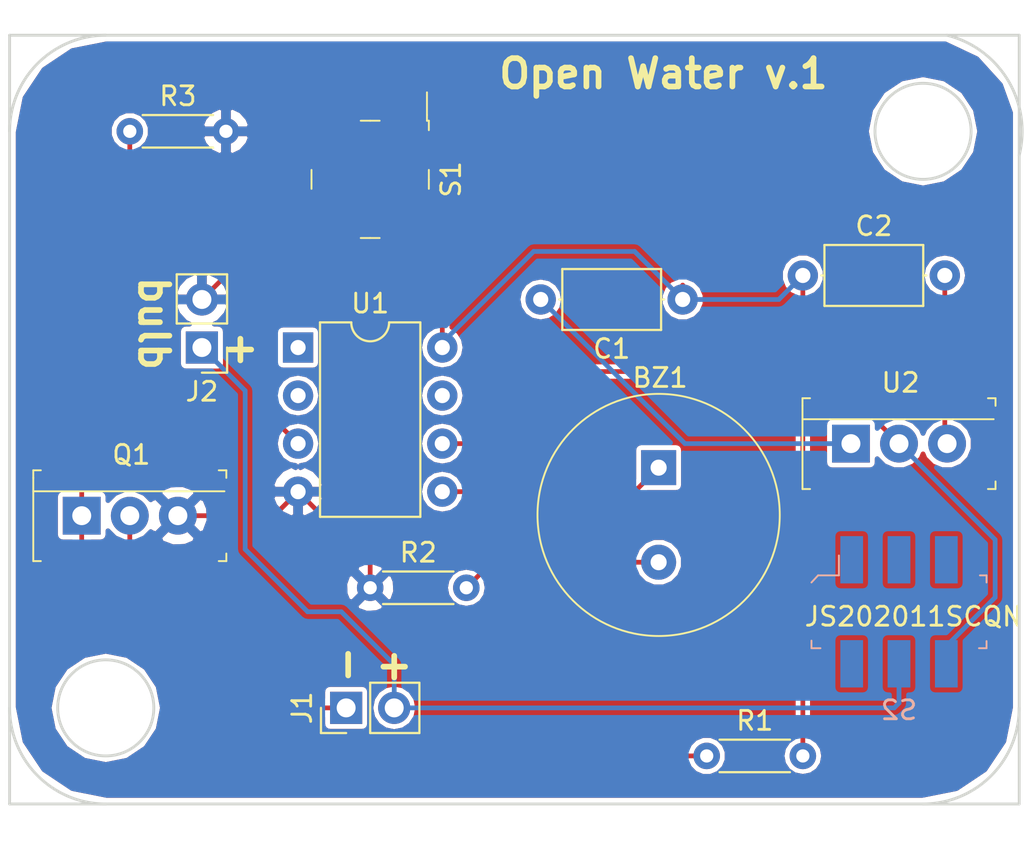
<source format=kicad_pcb>
(kicad_pcb (version 4) (host pcbnew 4.0.7)

  (general
    (links 20)
    (no_connects 0)
    (area 24.892 23.462856 78.994001 68.755239)
    (thickness 1.6)
    (drawings 16)
    (tracks 62)
    (zones 0)
    (modules 13)
    (nets 21)
  )

  (page A4)
  (layers
    (0 F.Cu signal)
    (31 B.Cu signal)
    (32 B.Adhes user)
    (33 F.Adhes user)
    (34 B.Paste user)
    (35 F.Paste user)
    (36 B.SilkS user)
    (37 F.SilkS user)
    (38 B.Mask user)
    (39 F.Mask user)
    (40 Dwgs.User user)
    (41 Cmts.User user)
    (42 Eco1.User user)
    (43 Eco2.User user)
    (44 Edge.Cuts user)
    (45 Margin user)
    (46 B.CrtYd user)
    (47 F.CrtYd user)
    (48 B.Fab user)
    (49 F.Fab user)
  )

  (setup
    (last_trace_width 0.25)
    (user_trace_width 1.3462)
    (trace_clearance 0.2)
    (zone_clearance 0.254)
    (zone_45_only no)
    (trace_min 0.2)
    (segment_width 0.2)
    (edge_width 0.15)
    (via_size 0.6)
    (via_drill 0.4)
    (via_min_size 0.4)
    (via_min_drill 0.3)
    (uvia_size 0.3)
    (uvia_drill 0.1)
    (uvias_allowed no)
    (uvia_min_size 0.2)
    (uvia_min_drill 0.1)
    (pcb_text_width 0.3)
    (pcb_text_size 1.5 1.5)
    (mod_edge_width 0.15)
    (mod_text_size 1 1)
    (mod_text_width 0.15)
    (pad_size 1.524 1.524)
    (pad_drill 0.762)
    (pad_to_mask_clearance 0.2)
    (aux_axis_origin 0 0)
    (visible_elements 7FFFFFFF)
    (pcbplotparams
      (layerselection 0x010f0_80000001)
      (usegerberextensions true)
      (excludeedgelayer true)
      (linewidth 0.100000)
      (plotframeref false)
      (viasonmask false)
      (mode 1)
      (useauxorigin false)
      (hpglpennumber 1)
      (hpglpenspeed 20)
      (hpglpendiameter 15)
      (hpglpenoverlay 2)
      (psnegative false)
      (psa4output false)
      (plotreference true)
      (plotvalue true)
      (plotinvisibletext false)
      (padsonsilk false)
      (subtractmaskfromsilk false)
      (outputformat 1)
      (mirror false)
      (drillshape 0)
      (scaleselection 1)
      (outputdirectory Gerbers/))
  )

  (net 0 "")
  (net 1 "Net-(BZ1-Pad1)")
  (net 2 "Net-(BZ1-Pad2)")
  (net 3 "Net-(C1-Pad1)")
  (net 4 "Net-(C1-Pad2)")
  (net 5 "Net-(C2-Pad2)")
  (net 6 "Net-(J1-Pad1)")
  (net 7 +9V)
  (net 8 GND)
  (net 9 "Net-(Q1-Pad1)")
  (net 10 "Net-(R1-Pad2)")
  (net 11 "Net-(S1-Pad2)")
  (net 12 "Net-(S1-Pad3)")
  (net 13 "Net-(S1-Pad4)")
  (net 14 "Net-(S2-Pad3)")
  (net 15 "Net-(S2-Pad2)")
  (net 16 "Net-(S2-Pad1)")
  (net 17 "Net-(S2-Pad4)")
  (net 18 "Net-(U1-Pad1)")
  (net 19 "Net-(U1-Pad2)")
  (net 20 "Net-(U1-Pad7)")

  (net_class Default "This is the default net class."
    (clearance 0.2)
    (trace_width 0.25)
    (via_dia 0.6)
    (via_drill 0.4)
    (uvia_dia 0.3)
    (uvia_drill 0.1)
    (add_net +9V)
    (add_net GND)
    (add_net "Net-(BZ1-Pad1)")
    (add_net "Net-(BZ1-Pad2)")
    (add_net "Net-(C1-Pad1)")
    (add_net "Net-(C1-Pad2)")
    (add_net "Net-(C2-Pad2)")
    (add_net "Net-(J1-Pad1)")
    (add_net "Net-(Q1-Pad1)")
    (add_net "Net-(R1-Pad2)")
    (add_net "Net-(S1-Pad2)")
    (add_net "Net-(S1-Pad3)")
    (add_net "Net-(S1-Pad4)")
    (add_net "Net-(S2-Pad1)")
    (add_net "Net-(S2-Pad2)")
    (add_net "Net-(S2-Pad3)")
    (add_net "Net-(S2-Pad4)")
    (add_net "Net-(U1-Pad1)")
    (add_net "Net-(U1-Pad2)")
    (add_net "Net-(U1-Pad7)")
  )

  (module digikey-footprints:Piezo_Transducer_THT_PS1240P02BT (layer F.Cu) (tedit 5BC27789) (tstamp 5BC25B05)
    (at 59.69 48.26)
    (path /5BB418ED)
    (fp_text reference BZ1 (at 0.075 -4.75) (layer F.SilkS)
      (effects (font (size 1 1) (thickness 0.15)))
    )
    (fp_text value PS1240P02BT (at 0.575 9.825) (layer F.Fab)
      (effects (font (size 1 1) (thickness 0.15)))
    )
    (fp_circle (center 0 2.5) (end 0 8.9) (layer F.SilkS) (width 0.1))
    (fp_text user %R (at 2.794 2.54 90) (layer F.Fab)
      (effects (font (size 1 1) (thickness 0.15)))
    )
    (fp_circle (center 0 2.5) (end 0 9) (layer F.CrtYd) (width 0.05))
    (fp_circle (center 0 2.5) (end 0 8.75) (layer F.Fab) (width 0.1))
    (pad 1 thru_hole rect (at 0 0) (size 1.85 1.85) (drill 0.85) (layers *.Cu *.Mask)
      (net 1 "Net-(BZ1-Pad1)"))
    (pad 2 thru_hole circle (at 0 5) (size 1.85 1.85) (drill 0.85) (layers *.Cu *.Mask)
      (net 2 "Net-(BZ1-Pad2)"))
  )

  (module Capacitors_THT:C_Axial_L5.1mm_D3.1mm_P7.50mm_Horizontal (layer F.Cu) (tedit 597BC7C2) (tstamp 5BC25B1C)
    (at 60.96 39.37 180)
    (descr "C, Axial series, Axial, Horizontal, pin pitch=7.5mm, , length*diameter=5.1*3.1mm^2, http://www.vishay.com/docs/45231/arseries.pdf")
    (tags "C Axial series Axial Horizontal pin pitch 7.5mm  length 5.1mm diameter 3.1mm")
    (path /5BB425FC)
    (fp_text reference C1 (at 3.75 -2.61 180) (layer F.SilkS)
      (effects (font (size 1 1) (thickness 0.15)))
    )
    (fp_text value C_Small (at 3.75 2.61 180) (layer F.Fab)
      (effects (font (size 1 1) (thickness 0.15)))
    )
    (fp_line (start 1.2 -1.55) (end 1.2 1.55) (layer F.Fab) (width 0.1))
    (fp_line (start 1.2 1.55) (end 6.3 1.55) (layer F.Fab) (width 0.1))
    (fp_line (start 6.3 1.55) (end 6.3 -1.55) (layer F.Fab) (width 0.1))
    (fp_line (start 6.3 -1.55) (end 1.2 -1.55) (layer F.Fab) (width 0.1))
    (fp_line (start 0 0) (end 1.2 0) (layer F.Fab) (width 0.1))
    (fp_line (start 7.5 0) (end 6.3 0) (layer F.Fab) (width 0.1))
    (fp_line (start 1.14 -1.61) (end 1.14 1.61) (layer F.SilkS) (width 0.12))
    (fp_line (start 1.14 1.61) (end 6.36 1.61) (layer F.SilkS) (width 0.12))
    (fp_line (start 6.36 1.61) (end 6.36 -1.61) (layer F.SilkS) (width 0.12))
    (fp_line (start 6.36 -1.61) (end 1.14 -1.61) (layer F.SilkS) (width 0.12))
    (fp_line (start 0.98 0) (end 1.14 0) (layer F.SilkS) (width 0.12))
    (fp_line (start 6.52 0) (end 6.36 0) (layer F.SilkS) (width 0.12))
    (fp_line (start -1.05 -1.9) (end -1.05 1.9) (layer F.CrtYd) (width 0.05))
    (fp_line (start -1.05 1.9) (end 8.55 1.9) (layer F.CrtYd) (width 0.05))
    (fp_line (start 8.55 1.9) (end 8.55 -1.9) (layer F.CrtYd) (width 0.05))
    (fp_line (start 8.55 -1.9) (end -1.05 -1.9) (layer F.CrtYd) (width 0.05))
    (fp_text user %R (at 3.75 0 180) (layer F.Fab)
      (effects (font (size 1 1) (thickness 0.15)))
    )
    (pad 1 thru_hole circle (at 0 0 180) (size 1.6 1.6) (drill 0.8) (layers *.Cu *.Mask)
      (net 3 "Net-(C1-Pad1)"))
    (pad 2 thru_hole oval (at 7.5 0 180) (size 1.6 1.6) (drill 0.8) (layers *.Cu *.Mask)
      (net 4 "Net-(C1-Pad2)"))
    (model ${KISYS3DMOD}/Capacitors_THT.3dshapes/C_Axial_L5.1mm_D3.1mm_P7.50mm_Horizontal.wrl
      (at (xyz 0 0 0))
      (scale (xyz 1 1 1))
      (rotate (xyz 0 0 0))
    )
  )

  (module Capacitors_THT:C_Axial_L5.1mm_D3.1mm_P7.50mm_Horizontal (layer F.Cu) (tedit 597BC7C2) (tstamp 5BC25B33)
    (at 67.31 38.1)
    (descr "C, Axial series, Axial, Horizontal, pin pitch=7.5mm, , length*diameter=5.1*3.1mm^2, http://www.vishay.com/docs/45231/arseries.pdf")
    (tags "C Axial series Axial Horizontal pin pitch 7.5mm  length 5.1mm diameter 3.1mm")
    (path /5BB42557)
    (fp_text reference C2 (at 3.75 -2.61) (layer F.SilkS)
      (effects (font (size 1 1) (thickness 0.15)))
    )
    (fp_text value C_Small (at 3.75 2.61) (layer F.Fab)
      (effects (font (size 1 1) (thickness 0.15)))
    )
    (fp_line (start 1.2 -1.55) (end 1.2 1.55) (layer F.Fab) (width 0.1))
    (fp_line (start 1.2 1.55) (end 6.3 1.55) (layer F.Fab) (width 0.1))
    (fp_line (start 6.3 1.55) (end 6.3 -1.55) (layer F.Fab) (width 0.1))
    (fp_line (start 6.3 -1.55) (end 1.2 -1.55) (layer F.Fab) (width 0.1))
    (fp_line (start 0 0) (end 1.2 0) (layer F.Fab) (width 0.1))
    (fp_line (start 7.5 0) (end 6.3 0) (layer F.Fab) (width 0.1))
    (fp_line (start 1.14 -1.61) (end 1.14 1.61) (layer F.SilkS) (width 0.12))
    (fp_line (start 1.14 1.61) (end 6.36 1.61) (layer F.SilkS) (width 0.12))
    (fp_line (start 6.36 1.61) (end 6.36 -1.61) (layer F.SilkS) (width 0.12))
    (fp_line (start 6.36 -1.61) (end 1.14 -1.61) (layer F.SilkS) (width 0.12))
    (fp_line (start 0.98 0) (end 1.14 0) (layer F.SilkS) (width 0.12))
    (fp_line (start 6.52 0) (end 6.36 0) (layer F.SilkS) (width 0.12))
    (fp_line (start -1.05 -1.9) (end -1.05 1.9) (layer F.CrtYd) (width 0.05))
    (fp_line (start -1.05 1.9) (end 8.55 1.9) (layer F.CrtYd) (width 0.05))
    (fp_line (start 8.55 1.9) (end 8.55 -1.9) (layer F.CrtYd) (width 0.05))
    (fp_line (start 8.55 -1.9) (end -1.05 -1.9) (layer F.CrtYd) (width 0.05))
    (fp_text user %R (at 3.75 0) (layer F.Fab)
      (effects (font (size 1 1) (thickness 0.15)))
    )
    (pad 1 thru_hole circle (at 0 0) (size 1.6 1.6) (drill 0.8) (layers *.Cu *.Mask)
      (net 3 "Net-(C1-Pad1)"))
    (pad 2 thru_hole oval (at 7.5 0) (size 1.6 1.6) (drill 0.8) (layers *.Cu *.Mask)
      (net 5 "Net-(C2-Pad2)"))
    (model ${KISYS3DMOD}/Capacitors_THT.3dshapes/C_Axial_L5.1mm_D3.1mm_P7.50mm_Horizontal.wrl
      (at (xyz 0 0 0))
      (scale (xyz 1 1 1))
      (rotate (xyz 0 0 0))
    )
  )

  (module Socket_Strips:Socket_Strip_Straight_1x02_Pitch2.54mm (layer F.Cu) (tedit 58CD5446) (tstamp 5BC25B48)
    (at 43.18 60.96 90)
    (descr "Through hole straight socket strip, 1x02, 2.54mm pitch, single row")
    (tags "Through hole socket strip THT 1x02 2.54mm single row")
    (path /5BB54C31)
    (fp_text reference J1 (at 0 -2.33 90) (layer F.SilkS)
      (effects (font (size 1 1) (thickness 0.15)))
    )
    (fp_text value Conn_01x02_Female (at 0 4.87 90) (layer F.Fab)
      (effects (font (size 1 1) (thickness 0.15)))
    )
    (fp_line (start -1.27 -1.27) (end -1.27 3.81) (layer F.Fab) (width 0.1))
    (fp_line (start -1.27 3.81) (end 1.27 3.81) (layer F.Fab) (width 0.1))
    (fp_line (start 1.27 3.81) (end 1.27 -1.27) (layer F.Fab) (width 0.1))
    (fp_line (start 1.27 -1.27) (end -1.27 -1.27) (layer F.Fab) (width 0.1))
    (fp_line (start -1.33 1.27) (end -1.33 3.87) (layer F.SilkS) (width 0.12))
    (fp_line (start -1.33 3.87) (end 1.33 3.87) (layer F.SilkS) (width 0.12))
    (fp_line (start 1.33 3.87) (end 1.33 1.27) (layer F.SilkS) (width 0.12))
    (fp_line (start 1.33 1.27) (end -1.33 1.27) (layer F.SilkS) (width 0.12))
    (fp_line (start -1.33 0) (end -1.33 -1.33) (layer F.SilkS) (width 0.12))
    (fp_line (start -1.33 -1.33) (end 0 -1.33) (layer F.SilkS) (width 0.12))
    (fp_line (start -1.8 -1.8) (end -1.8 4.35) (layer F.CrtYd) (width 0.05))
    (fp_line (start -1.8 4.35) (end 1.8 4.35) (layer F.CrtYd) (width 0.05))
    (fp_line (start 1.8 4.35) (end 1.8 -1.8) (layer F.CrtYd) (width 0.05))
    (fp_line (start 1.8 -1.8) (end -1.8 -1.8) (layer F.CrtYd) (width 0.05))
    (fp_text user %R (at 0 -2.33 90) (layer F.Fab)
      (effects (font (size 1 1) (thickness 0.15)))
    )
    (pad 1 thru_hole rect (at 0 0 90) (size 1.7 1.7) (drill 1) (layers *.Cu *.Mask)
      (net 6 "Net-(J1-Pad1)"))
    (pad 2 thru_hole oval (at 0 2.54 90) (size 1.7 1.7) (drill 1) (layers *.Cu *.Mask)
      (net 7 +9V))
    (model ${KISYS3DMOD}/Socket_Strips.3dshapes/Socket_Strip_Straight_1x02_Pitch2.54mm.wrl
      (at (xyz 0 -0.05 0))
      (scale (xyz 1 1 1))
      (rotate (xyz 0 0 270))
    )
  )

  (module Socket_Strips:Socket_Strip_Straight_1x02_Pitch2.54mm (layer F.Cu) (tedit 58CD5446) (tstamp 5BC25B5D)
    (at 35.56 41.91 180)
    (descr "Through hole straight socket strip, 1x02, 2.54mm pitch, single row")
    (tags "Through hole socket strip THT 1x02 2.54mm single row")
    (path /5BB55C2E)
    (fp_text reference J2 (at 0 -2.33 180) (layer F.SilkS)
      (effects (font (size 1 1) (thickness 0.15)))
    )
    (fp_text value Conn_01x02_Female (at 0 4.87 180) (layer F.Fab)
      (effects (font (size 1 1) (thickness 0.15)))
    )
    (fp_line (start -1.27 -1.27) (end -1.27 3.81) (layer F.Fab) (width 0.1))
    (fp_line (start -1.27 3.81) (end 1.27 3.81) (layer F.Fab) (width 0.1))
    (fp_line (start 1.27 3.81) (end 1.27 -1.27) (layer F.Fab) (width 0.1))
    (fp_line (start 1.27 -1.27) (end -1.27 -1.27) (layer F.Fab) (width 0.1))
    (fp_line (start -1.33 1.27) (end -1.33 3.87) (layer F.SilkS) (width 0.12))
    (fp_line (start -1.33 3.87) (end 1.33 3.87) (layer F.SilkS) (width 0.12))
    (fp_line (start 1.33 3.87) (end 1.33 1.27) (layer F.SilkS) (width 0.12))
    (fp_line (start 1.33 1.27) (end -1.33 1.27) (layer F.SilkS) (width 0.12))
    (fp_line (start -1.33 0) (end -1.33 -1.33) (layer F.SilkS) (width 0.12))
    (fp_line (start -1.33 -1.33) (end 0 -1.33) (layer F.SilkS) (width 0.12))
    (fp_line (start -1.8 -1.8) (end -1.8 4.35) (layer F.CrtYd) (width 0.05))
    (fp_line (start -1.8 4.35) (end 1.8 4.35) (layer F.CrtYd) (width 0.05))
    (fp_line (start 1.8 4.35) (end 1.8 -1.8) (layer F.CrtYd) (width 0.05))
    (fp_line (start 1.8 -1.8) (end -1.8 -1.8) (layer F.CrtYd) (width 0.05))
    (fp_text user %R (at 0 -2.33 180) (layer F.Fab)
      (effects (font (size 1 1) (thickness 0.15)))
    )
    (pad 1 thru_hole rect (at 0 0 180) (size 1.7 1.7) (drill 1) (layers *.Cu *.Mask)
      (net 7 +9V))
    (pad 2 thru_hole oval (at 0 2.54 180) (size 1.7 1.7) (drill 1) (layers *.Cu *.Mask)
      (net 8 GND))
    (model ${KISYS3DMOD}/Socket_Strips.3dshapes/Socket_Strip_Straight_1x02_Pitch2.54mm.wrl
      (at (xyz 0 -0.05 0))
      (scale (xyz 1 1 1))
      (rotate (xyz 0 0 270))
    )
  )

  (module Resistors_THT:R_Axial_DIN0204_L3.6mm_D1.6mm_P5.08mm_Horizontal (layer F.Cu) (tedit 5874F706) (tstamp 5BC25B6F)
    (at 62.23 63.5)
    (descr "Resistor, Axial_DIN0204 series, Axial, Horizontal, pin pitch=5.08mm, 0.16666666666666666W = 1/6W, length*diameter=3.6*1.6mm^2, http://cdn-reichelt.de/documents/datenblatt/B400/1_4W%23YAG.pdf")
    (tags "Resistor Axial_DIN0204 series Axial Horizontal pin pitch 5.08mm 0.16666666666666666W = 1/6W length 3.6mm diameter 1.6mm")
    (path /5BBE8521)
    (fp_text reference R1 (at 2.54 -1.86) (layer F.SilkS)
      (effects (font (size 1 1) (thickness 0.15)))
    )
    (fp_text value R (at 2.54 1.86) (layer F.Fab)
      (effects (font (size 1 1) (thickness 0.15)))
    )
    (fp_line (start 0.74 -0.8) (end 0.74 0.8) (layer F.Fab) (width 0.1))
    (fp_line (start 0.74 0.8) (end 4.34 0.8) (layer F.Fab) (width 0.1))
    (fp_line (start 4.34 0.8) (end 4.34 -0.8) (layer F.Fab) (width 0.1))
    (fp_line (start 4.34 -0.8) (end 0.74 -0.8) (layer F.Fab) (width 0.1))
    (fp_line (start 0 0) (end 0.74 0) (layer F.Fab) (width 0.1))
    (fp_line (start 5.08 0) (end 4.34 0) (layer F.Fab) (width 0.1))
    (fp_line (start 0.68 -0.86) (end 4.4 -0.86) (layer F.SilkS) (width 0.12))
    (fp_line (start 0.68 0.86) (end 4.4 0.86) (layer F.SilkS) (width 0.12))
    (fp_line (start -0.95 -1.15) (end -0.95 1.15) (layer F.CrtYd) (width 0.05))
    (fp_line (start -0.95 1.15) (end 6.05 1.15) (layer F.CrtYd) (width 0.05))
    (fp_line (start 6.05 1.15) (end 6.05 -1.15) (layer F.CrtYd) (width 0.05))
    (fp_line (start 6.05 -1.15) (end -0.95 -1.15) (layer F.CrtYd) (width 0.05))
    (pad 1 thru_hole circle (at 0 0) (size 1.4 1.4) (drill 0.7) (layers *.Cu *.Mask)
      (net 9 "Net-(Q1-Pad1)"))
    (pad 2 thru_hole oval (at 5.08 0) (size 1.4 1.4) (drill 0.7) (layers *.Cu *.Mask)
      (net 10 "Net-(R1-Pad2)"))
    (model ${KISYS3DMOD}/Resistors_THT.3dshapes/R_Axial_DIN0204_L3.6mm_D1.6mm_P5.08mm_Horizontal.wrl
      (at (xyz 0 0 0))
      (scale (xyz 0.393701 0.393701 0.393701))
      (rotate (xyz 0 0 0))
    )
  )

  (module Resistors_THT:R_Axial_DIN0204_L3.6mm_D1.6mm_P5.08mm_Horizontal (layer F.Cu) (tedit 5874F706) (tstamp 5BC25B81)
    (at 44.45 54.61)
    (descr "Resistor, Axial_DIN0204 series, Axial, Horizontal, pin pitch=5.08mm, 0.16666666666666666W = 1/6W, length*diameter=3.6*1.6mm^2, http://cdn-reichelt.de/documents/datenblatt/B400/1_4W%23YAG.pdf")
    (tags "Resistor Axial_DIN0204 series Axial Horizontal pin pitch 5.08mm 0.16666666666666666W = 1/6W length 3.6mm diameter 1.6mm")
    (path /5BBE85C9)
    (fp_text reference R2 (at 2.54 -1.86) (layer F.SilkS)
      (effects (font (size 1 1) (thickness 0.15)))
    )
    (fp_text value R (at 2.54 1.86) (layer F.Fab)
      (effects (font (size 1 1) (thickness 0.15)))
    )
    (fp_line (start 0.74 -0.8) (end 0.74 0.8) (layer F.Fab) (width 0.1))
    (fp_line (start 0.74 0.8) (end 4.34 0.8) (layer F.Fab) (width 0.1))
    (fp_line (start 4.34 0.8) (end 4.34 -0.8) (layer F.Fab) (width 0.1))
    (fp_line (start 4.34 -0.8) (end 0.74 -0.8) (layer F.Fab) (width 0.1))
    (fp_line (start 0 0) (end 0.74 0) (layer F.Fab) (width 0.1))
    (fp_line (start 5.08 0) (end 4.34 0) (layer F.Fab) (width 0.1))
    (fp_line (start 0.68 -0.86) (end 4.4 -0.86) (layer F.SilkS) (width 0.12))
    (fp_line (start 0.68 0.86) (end 4.4 0.86) (layer F.SilkS) (width 0.12))
    (fp_line (start -0.95 -1.15) (end -0.95 1.15) (layer F.CrtYd) (width 0.05))
    (fp_line (start -0.95 1.15) (end 6.05 1.15) (layer F.CrtYd) (width 0.05))
    (fp_line (start 6.05 1.15) (end 6.05 -1.15) (layer F.CrtYd) (width 0.05))
    (fp_line (start 6.05 -1.15) (end -0.95 -1.15) (layer F.CrtYd) (width 0.05))
    (pad 1 thru_hole circle (at 0 0) (size 1.4 1.4) (drill 0.7) (layers *.Cu *.Mask)
      (net 8 GND))
    (pad 2 thru_hole oval (at 5.08 0) (size 1.4 1.4) (drill 0.7) (layers *.Cu *.Mask)
      (net 2 "Net-(BZ1-Pad2)"))
    (model ${KISYS3DMOD}/Resistors_THT.3dshapes/R_Axial_DIN0204_L3.6mm_D1.6mm_P5.08mm_Horizontal.wrl
      (at (xyz 0 0 0))
      (scale (xyz 0.393701 0.393701 0.393701))
      (rotate (xyz 0 0 0))
    )
  )

  (module Resistors_THT:R_Axial_DIN0204_L3.6mm_D1.6mm_P5.08mm_Horizontal (layer F.Cu) (tedit 5874F706) (tstamp 5BC25B93)
    (at 31.75 30.48)
    (descr "Resistor, Axial_DIN0204 series, Axial, Horizontal, pin pitch=5.08mm, 0.16666666666666666W = 1/6W, length*diameter=3.6*1.6mm^2, http://cdn-reichelt.de/documents/datenblatt/B400/1_4W%23YAG.pdf")
    (tags "Resistor Axial_DIN0204 series Axial Horizontal pin pitch 5.08mm 0.16666666666666666W = 1/6W length 3.6mm diameter 1.6mm")
    (path /5BC25D01)
    (fp_text reference R3 (at 2.54 -1.86) (layer F.SilkS)
      (effects (font (size 1 1) (thickness 0.15)))
    )
    (fp_text value R (at 2.54 1.86) (layer F.Fab)
      (effects (font (size 1 1) (thickness 0.15)))
    )
    (fp_line (start 0.74 -0.8) (end 0.74 0.8) (layer F.Fab) (width 0.1))
    (fp_line (start 0.74 0.8) (end 4.34 0.8) (layer F.Fab) (width 0.1))
    (fp_line (start 4.34 0.8) (end 4.34 -0.8) (layer F.Fab) (width 0.1))
    (fp_line (start 4.34 -0.8) (end 0.74 -0.8) (layer F.Fab) (width 0.1))
    (fp_line (start 0 0) (end 0.74 0) (layer F.Fab) (width 0.1))
    (fp_line (start 5.08 0) (end 4.34 0) (layer F.Fab) (width 0.1))
    (fp_line (start 0.68 -0.86) (end 4.4 -0.86) (layer F.SilkS) (width 0.12))
    (fp_line (start 0.68 0.86) (end 4.4 0.86) (layer F.SilkS) (width 0.12))
    (fp_line (start -0.95 -1.15) (end -0.95 1.15) (layer F.CrtYd) (width 0.05))
    (fp_line (start -0.95 1.15) (end 6.05 1.15) (layer F.CrtYd) (width 0.05))
    (fp_line (start 6.05 1.15) (end 6.05 -1.15) (layer F.CrtYd) (width 0.05))
    (fp_line (start 6.05 -1.15) (end -0.95 -1.15) (layer F.CrtYd) (width 0.05))
    (pad 1 thru_hole circle (at 0 0) (size 1.4 1.4) (drill 0.7) (layers *.Cu *.Mask)
      (net 9 "Net-(Q1-Pad1)"))
    (pad 2 thru_hole oval (at 5.08 0) (size 1.4 1.4) (drill 0.7) (layers *.Cu *.Mask)
      (net 8 GND))
    (model ${KISYS3DMOD}/Resistors_THT.3dshapes/R_Axial_DIN0204_L3.6mm_D1.6mm_P5.08mm_Horizontal.wrl
      (at (xyz 0 0 0))
      (scale (xyz 0.393701 0.393701 0.393701))
      (rotate (xyz 0 0 0))
    )
  )

  (module digikey-footprints:Switch_Tactile_SMD_6x6mm_PTS645 (layer F.Cu) (tedit 5AF35643) (tstamp 5BC25BB0)
    (at 44.45 33.02 270)
    (descr http://www.ckswitches.com/media/1471/pts645.pdf)
    (path /5BB429AE)
    (fp_text reference S1 (at 0 -4.27 270) (layer F.SilkS)
      (effects (font (size 1 1) (thickness 0.15)))
    )
    (fp_text value PTS645SM43SMTR92_LFS (at 0 4.5 270) (layer F.Fab)
      (effects (font (size 1 1) (thickness 0.15)))
    )
    (fp_line (start -5 -3.25) (end -5 3.25) (layer F.CrtYd) (width 0.05))
    (fp_line (start 5 3.25) (end -5 3.25) (layer F.CrtYd) (width 0.05))
    (fp_line (start 5 -3.25) (end -5 -3.25) (layer F.CrtYd) (width 0.05))
    (fp_line (start 5 -3.25) (end 5 3.25) (layer F.CrtYd) (width 0.05))
    (fp_text user %R (at 0 0 270) (layer F.Fab)
      (effects (font (size 1 1) (thickness 0.15)))
    )
    (fp_line (start -2.6 -3.1) (end -3.1 -3.1) (layer F.SilkS) (width 0.1))
    (fp_line (start -3.1 -3.1) (end -3.1 -3) (layer F.SilkS) (width 0.1))
    (fp_line (start -3.1 -3) (end -3.4 -3) (layer F.SilkS) (width 0.1))
    (fp_line (start -3.4 -3) (end -4.6 -3) (layer F.SilkS) (width 0.1))
    (fp_line (start 0 -3.1) (end -0.5 -3.1) (layer F.SilkS) (width 0.1))
    (fp_line (start 0 -3.1) (end 0.5 -3.1) (layer F.SilkS) (width 0.1))
    (fp_line (start 0 3.1) (end 0.5 3.1) (layer F.SilkS) (width 0.1))
    (fp_line (start 0 3.1) (end -0.5 3.1) (layer F.SilkS) (width 0.1))
    (fp_line (start 3.1 0) (end 3.1 0.5) (layer F.SilkS) (width 0.1))
    (fp_line (start 3.1 0) (end 3.1 -0.5) (layer F.SilkS) (width 0.1))
    (fp_line (start -3.1 0) (end -3.1 0.5) (layer F.SilkS) (width 0.1))
    (fp_line (start -3.1 0) (end -3.1 -0.5) (layer F.SilkS) (width 0.1))
    (fp_line (start 3 3) (end 3 -3) (layer F.Fab) (width 0.1))
    (fp_line (start -3 -3) (end -3 3) (layer F.Fab) (width 0.1))
    (fp_line (start -3 3) (end 3 3) (layer F.Fab) (width 0.1))
    (fp_line (start -3 -3) (end 3 -3) (layer F.Fab) (width 0.1))
    (pad 1 smd rect (at -3.975 -2.25 270) (size 1.55 1.3) (layers F.Cu F.Paste F.Mask)
      (net 3 "Net-(C1-Pad1)"))
    (pad 2 smd rect (at 3.975 -2.25 270) (size 1.55 1.3) (layers F.Cu F.Paste F.Mask)
      (net 11 "Net-(S1-Pad2)"))
    (pad 3 smd rect (at -3.975 2.25 270) (size 1.55 1.3) (layers F.Cu F.Paste F.Mask)
      (net 12 "Net-(S1-Pad3)"))
    (pad 4 smd rect (at 3.975 2.25 270) (size 1.55 1.3) (layers F.Cu F.Paste F.Mask)
      (net 13 "Net-(S1-Pad4)"))
  )

  (module digikey-footprints:Switch_Slide_JS202011SCQN (layer B.Cu) (tedit 5BC29CA0) (tstamp 5BC25BCD)
    (at 72.39 55.88)
    (path /5BB426F7)
    (fp_text reference S2 (at 0 5.2) (layer B.SilkS)
      (effects (font (size 1 1) (thickness 0.15)) (justify mirror))
    )
    (fp_text value JS202011SCQN (at 0.762 0.254) (layer F.SilkS)
      (effects (font (size 1 1) (thickness 0.15)))
    )
    (fp_line (start -4.8 -4.25) (end 4.8 -4.25) (layer B.CrtYd) (width 0.05))
    (fp_line (start 4.8 4.25) (end 4.8 -4.25) (layer B.CrtYd) (width 0.05))
    (fp_line (start -4.8 4.25) (end -4.8 -4.25) (layer B.CrtYd) (width 0.05))
    (fp_line (start 4.8 4.25) (end -4.8 4.25) (layer B.CrtYd) (width 0.05))
    (fp_text user %R (at -0.025 0.05) (layer B.Fab)
      (effects (font (size 1 1) (thickness 0.15)) (justify mirror))
    )
    (fp_line (start -4.625 -1.55) (end -4.275 -1.925) (layer B.SilkS) (width 0.1))
    (fp_line (start -4.275 -1.925) (end -3.175 -1.925) (layer B.SilkS) (width 0.1))
    (fp_line (start -3.175 -1.925) (end -3.175 -2.975) (layer B.SilkS) (width 0.1))
    (fp_line (start -4.15 1.925) (end -4.625 1.925) (layer B.SilkS) (width 0.1))
    (fp_line (start -4.625 1.925) (end -4.625 1.525) (layer B.SilkS) (width 0.1))
    (fp_line (start 4.625 -1.55) (end 4.625 -1.925) (layer B.SilkS) (width 0.1))
    (fp_line (start 4.625 -1.925) (end 4.275 -1.925) (layer B.SilkS) (width 0.1))
    (fp_line (start 4.225 1.925) (end 4.625 1.925) (layer B.SilkS) (width 0.1))
    (fp_line (start 4.625 1.925) (end 4.625 1.55) (layer B.SilkS) (width 0.1))
    (fp_line (start -4.5 -1.475) (end -4.5 1.8) (layer B.Fab) (width 0.1))
    (fp_line (start -4.175 -1.8) (end 4.5 -1.8) (layer B.Fab) (width 0.1))
    (fp_line (start -4.5 -1.475) (end -4.175 -1.8) (layer B.Fab) (width 0.1))
    (fp_line (start 4.5 1.8) (end -4.5 1.8) (layer B.Fab) (width 0.1))
    (fp_line (start 4.5 1.8) (end 4.5 -1.8) (layer B.Fab) (width 0.1))
    (pad 3 smd rect (at 2.5 -2.75) (size 1.2 2.5) (layers B.Cu B.Paste B.Mask)
      (net 14 "Net-(S2-Pad3)"))
    (pad 2 smd rect (at 0 -2.75) (size 1.2 2.5) (layers B.Cu B.Paste B.Mask)
      (net 15 "Net-(S2-Pad2)"))
    (pad 1 smd rect (at -2.5 -2.75) (size 1.2 2.5) (layers B.Cu B.Paste B.Mask)
      (net 16 "Net-(S2-Pad1)"))
    (pad 4 smd rect (at -2.5 2.75) (size 1.2 2.5) (layers B.Cu B.Paste B.Mask)
      (net 17 "Net-(S2-Pad4)"))
    (pad 5 smd rect (at 0 2.75) (size 1.2 2.5) (layers B.Cu B.Paste B.Mask)
      (net 7 +9V))
    (pad 6 smd rect (at 2.5 2.75) (size 1.2 2.5) (layers B.Cu B.Paste B.Mask)
      (net 3 "Net-(C1-Pad1)"))
  )

  (module Housings_DIP:DIP-8_W7.62mm (layer F.Cu) (tedit 59C78D6B) (tstamp 5BC25BE9)
    (at 40.64 41.91)
    (descr "8-lead though-hole mounted DIP package, row spacing 7.62 mm (300 mils)")
    (tags "THT DIP DIL PDIP 2.54mm 7.62mm 300mil")
    (path /5BB41696)
    (fp_text reference U1 (at 3.81 -2.33) (layer F.SilkS)
      (effects (font (size 1 1) (thickness 0.15)))
    )
    (fp_text value ATTINY85-20PU (at 3.81 9.95) (layer F.Fab)
      (effects (font (size 1 1) (thickness 0.15)))
    )
    (fp_arc (start 3.81 -1.33) (end 2.81 -1.33) (angle -180) (layer F.SilkS) (width 0.12))
    (fp_line (start 1.635 -1.27) (end 6.985 -1.27) (layer F.Fab) (width 0.1))
    (fp_line (start 6.985 -1.27) (end 6.985 8.89) (layer F.Fab) (width 0.1))
    (fp_line (start 6.985 8.89) (end 0.635 8.89) (layer F.Fab) (width 0.1))
    (fp_line (start 0.635 8.89) (end 0.635 -0.27) (layer F.Fab) (width 0.1))
    (fp_line (start 0.635 -0.27) (end 1.635 -1.27) (layer F.Fab) (width 0.1))
    (fp_line (start 2.81 -1.33) (end 1.16 -1.33) (layer F.SilkS) (width 0.12))
    (fp_line (start 1.16 -1.33) (end 1.16 8.95) (layer F.SilkS) (width 0.12))
    (fp_line (start 1.16 8.95) (end 6.46 8.95) (layer F.SilkS) (width 0.12))
    (fp_line (start 6.46 8.95) (end 6.46 -1.33) (layer F.SilkS) (width 0.12))
    (fp_line (start 6.46 -1.33) (end 4.81 -1.33) (layer F.SilkS) (width 0.12))
    (fp_line (start -1.1 -1.55) (end -1.1 9.15) (layer F.CrtYd) (width 0.05))
    (fp_line (start -1.1 9.15) (end 8.7 9.15) (layer F.CrtYd) (width 0.05))
    (fp_line (start 8.7 9.15) (end 8.7 -1.55) (layer F.CrtYd) (width 0.05))
    (fp_line (start 8.7 -1.55) (end -1.1 -1.55) (layer F.CrtYd) (width 0.05))
    (fp_text user %R (at 3.81 3.81) (layer F.Fab)
      (effects (font (size 1 1) (thickness 0.15)))
    )
    (pad 1 thru_hole rect (at 0 0) (size 1.6 1.6) (drill 0.8) (layers *.Cu *.Mask)
      (net 18 "Net-(U1-Pad1)"))
    (pad 5 thru_hole oval (at 7.62 7.62) (size 1.6 1.6) (drill 0.8) (layers *.Cu *.Mask)
      (net 1 "Net-(BZ1-Pad1)"))
    (pad 2 thru_hole oval (at 0 2.54) (size 1.6 1.6) (drill 0.8) (layers *.Cu *.Mask)
      (net 19 "Net-(U1-Pad2)"))
    (pad 6 thru_hole oval (at 7.62 5.08) (size 1.6 1.6) (drill 0.8) (layers *.Cu *.Mask)
      (net 10 "Net-(R1-Pad2)"))
    (pad 3 thru_hole oval (at 0 5.08) (size 1.6 1.6) (drill 0.8) (layers *.Cu *.Mask)
      (net 12 "Net-(S1-Pad3)"))
    (pad 7 thru_hole oval (at 7.62 2.54) (size 1.6 1.6) (drill 0.8) (layers *.Cu *.Mask)
      (net 20 "Net-(U1-Pad7)"))
    (pad 4 thru_hole oval (at 0 7.62) (size 1.6 1.6) (drill 0.8) (layers *.Cu *.Mask)
      (net 8 GND))
    (pad 8 thru_hole oval (at 7.62 0) (size 1.6 1.6) (drill 0.8) (layers *.Cu *.Mask)
      (net 3 "Net-(C1-Pad1)"))
    (model ${KISYS3DMOD}/Housings_DIP.3dshapes/DIP-8_W7.62mm.wrl
      (at (xyz 0 0 0))
      (scale (xyz 1 1 1))
      (rotate (xyz 0 0 0))
    )
  )

  (module digikey-footprints:TO-220-3 (layer F.Cu) (tedit 5AFA02CB) (tstamp 5BC25C03)
    (at 69.85 46.99)
    (descr http://www.st.com/content/ccc/resource/technical/document/datasheet/f9/ed/f5/44/26/b9/43/a4/CD00000911.pdf/files/CD00000911.pdf/jcr:content/translations/en.CD00000911.pdf)
    (path /5BB41715)
    (fp_text reference U2 (at 2.62 -3.22) (layer F.SilkS)
      (effects (font (size 1 1) (thickness 0.15)))
    )
    (fp_text value L7805CV (at 2.27 3.63) (layer F.Fab)
      (effects (font (size 1 1) (thickness 0.15)))
    )
    (fp_line (start -2.56 -1.29) (end 7.54 -1.29) (layer F.SilkS) (width 0.1))
    (fp_line (start -2.45 -1.3) (end 7.54 -1.3) (layer F.Fab) (width 0.1))
    (fp_line (start -2.71 2.5) (end 7.79 2.5) (layer F.CrtYd) (width 0.05))
    (fp_line (start -2.71 -2.5) (end 7.79 -2.5) (layer F.CrtYd) (width 0.05))
    (fp_line (start -2.71 -2.5) (end -2.71 2.5) (layer F.CrtYd) (width 0.05))
    (fp_line (start 7.79 -2.5) (end 7.79 2.5) (layer F.CrtYd) (width 0.05))
    (fp_line (start 7.64 2.4) (end 7.64 2) (layer F.SilkS) (width 0.1))
    (fp_line (start 7.64 2.4) (end 7.24 2.4) (layer F.SilkS) (width 0.1))
    (fp_line (start -2.56 2.4) (end -2.56 -2) (layer F.SilkS) (width 0.1))
    (fp_line (start -2.56 2.4) (end -2.16 2.4) (layer F.SilkS) (width 0.1))
    (fp_line (start -2.56 -2.4) (end -2.56 -2) (layer F.SilkS) (width 0.1))
    (fp_line (start -2.56 -2.4) (end -2.16 -2.4) (layer F.SilkS) (width 0.1))
    (fp_line (start 7.24 -2.4) (end 7.64 -2.4) (layer F.SilkS) (width 0.1))
    (fp_line (start 7.64 -2.4) (end 7.64 -2) (layer F.SilkS) (width 0.1))
    (fp_text user %R (at 2.52 -0.01) (layer F.Fab)
      (effects (font (size 1 1) (thickness 0.15)))
    )
    (fp_line (start 7.54 2.25) (end 7.54 -2.25) (layer F.Fab) (width 0.1))
    (fp_line (start -2.46 -2.25) (end -2.46 2.25) (layer F.Fab) (width 0.1))
    (fp_line (start -2.46 -2.25) (end 7.54 -2.25) (layer F.Fab) (width 0.1))
    (fp_line (start -2.46 2.25) (end 7.54 2.25) (layer F.Fab) (width 0.1))
    (pad 1 thru_hole rect (at 0 0) (size 2 2) (drill 1) (layers *.Cu *.Mask)
      (net 4 "Net-(C1-Pad2)"))
    (pad 2 thru_hole circle (at 2.54 0) (size 2 2) (drill 1) (layers *.Cu *.Mask)
      (net 3 "Net-(C1-Pad1)"))
    (pad 3 thru_hole circle (at 5.08 0) (size 2 2) (drill 1) (layers *.Cu *.Mask)
      (net 5 "Net-(C2-Pad2)"))
  )

  (module digikey-footprints:TO-220-3 (layer F.Cu) (tedit 5AFA02CB) (tstamp 5BC293D4)
    (at 29.21 50.8)
    (descr http://www.st.com/content/ccc/resource/technical/document/datasheet/f9/ed/f5/44/26/b9/43/a4/CD00000911.pdf/files/CD00000911.pdf/jcr:content/translations/en.CD00000911.pdf)
    (path /5BC256FD)
    (fp_text reference Q1 (at 2.62 -3.22) (layer F.SilkS)
      (effects (font (size 1 1) (thickness 0.15)))
    )
    (fp_text value IRLB8721PBF (at 2.27 3.63) (layer F.Fab)
      (effects (font (size 1 1) (thickness 0.15)))
    )
    (fp_line (start -2.56 -1.29) (end 7.54 -1.29) (layer F.SilkS) (width 0.1))
    (fp_line (start -2.45 -1.3) (end 7.54 -1.3) (layer F.Fab) (width 0.1))
    (fp_line (start -2.71 2.5) (end 7.79 2.5) (layer F.CrtYd) (width 0.05))
    (fp_line (start -2.71 -2.5) (end 7.79 -2.5) (layer F.CrtYd) (width 0.05))
    (fp_line (start -2.71 -2.5) (end -2.71 2.5) (layer F.CrtYd) (width 0.05))
    (fp_line (start 7.79 -2.5) (end 7.79 2.5) (layer F.CrtYd) (width 0.05))
    (fp_line (start 7.64 2.4) (end 7.64 2) (layer F.SilkS) (width 0.1))
    (fp_line (start 7.64 2.4) (end 7.24 2.4) (layer F.SilkS) (width 0.1))
    (fp_line (start -2.56 2.4) (end -2.56 -2) (layer F.SilkS) (width 0.1))
    (fp_line (start -2.56 2.4) (end -2.16 2.4) (layer F.SilkS) (width 0.1))
    (fp_line (start -2.56 -2.4) (end -2.56 -2) (layer F.SilkS) (width 0.1))
    (fp_line (start -2.56 -2.4) (end -2.16 -2.4) (layer F.SilkS) (width 0.1))
    (fp_line (start 7.24 -2.4) (end 7.64 -2.4) (layer F.SilkS) (width 0.1))
    (fp_line (start 7.64 -2.4) (end 7.64 -2) (layer F.SilkS) (width 0.1))
    (fp_text user %R (at 2.52 -0.01) (layer F.Fab)
      (effects (font (size 1 1) (thickness 0.15)))
    )
    (fp_line (start 7.54 2.25) (end 7.54 -2.25) (layer F.Fab) (width 0.1))
    (fp_line (start -2.46 -2.25) (end -2.46 2.25) (layer F.Fab) (width 0.1))
    (fp_line (start -2.46 -2.25) (end 7.54 -2.25) (layer F.Fab) (width 0.1))
    (fp_line (start -2.46 2.25) (end 7.54 2.25) (layer F.Fab) (width 0.1))
    (pad 1 thru_hole rect (at 0 0) (size 2 2) (drill 1) (layers *.Cu *.Mask)
      (net 9 "Net-(Q1-Pad1)"))
    (pad 2 thru_hole circle (at 2.54 0) (size 2 2) (drill 1) (layers *.Cu *.Mask)
      (net 6 "Net-(J1-Pad1)"))
    (pad 3 thru_hole circle (at 5.08 0) (size 2 2) (drill 1) (layers *.Cu *.Mask)
      (net 8 GND))
  )

  (gr_text "Open Water v.1" (at 59.944 27.432) (layer F.SilkS)
    (effects (font (size 1.5 1.5) (thickness 0.3)))
  )
  (gr_text + (at 45.72 58.674) (layer F.SilkS)
    (effects (font (size 1.5 1.5) (thickness 0.3)))
  )
  (gr_text - (at 43.18 58.674 90) (layer F.SilkS)
    (effects (font (size 1.5 1.5) (thickness 0.3)))
  )
  (gr_text - (at 42.672 59.182) (layer F.Cu)
    (effects (font (size 1.5 1.5) (thickness 0.3)))
  )
  (gr_text + (at 37.592 41.91) (layer F.SilkS)
    (effects (font (size 1.5 1.5) (thickness 0.3)))
  )
  (gr_text bulb (at 33.02 40.64 270) (layer F.SilkS)
    (effects (font (size 1.5 1.5) (thickness 0.3)))
  )
  (gr_circle (center 73.66 30.48) (end 76.2 30.48) (layer Edge.Cuts) (width 0.15))
  (gr_circle (center 30.48 60.96) (end 33.02 60.96) (layer Edge.Cuts) (width 0.15))
  (gr_arc (start 30.48 30.48) (end 25.4 30.48) (angle 90) (layer Edge.Cuts) (width 0.15))
  (gr_arc (start 30.48 60.96) (end 30.48 66.04) (angle 90) (layer Edge.Cuts) (width 0.15))
  (gr_arc (start 73.66 60.96) (end 78.74 60.96) (angle 90) (layer Edge.Cuts) (width 0.15))
  (gr_arc (start 73.66 30.48) (end 74.93 25.4) (angle 90) (layer Edge.Cuts) (width 0.15))
  (gr_line (start 78.74 25.4) (end 25.4 25.4) (angle 90) (layer Edge.Cuts) (width 0.15))
  (gr_line (start 78.74 66.04) (end 78.74 25.4) (angle 90) (layer Edge.Cuts) (width 0.15))
  (gr_line (start 25.4 66.04) (end 78.74 66.04) (angle 90) (layer Edge.Cuts) (width 0.15))
  (gr_line (start 25.4 25.4) (end 25.4 66.04) (angle 90) (layer Edge.Cuts) (width 0.15))

  (segment (start 48.26 49.53) (end 58.42 49.53) (width 0.25) (layer F.Cu) (net 1))
  (segment (start 58.42 49.53) (end 59.69 48.26) (width 0.25) (layer F.Cu) (net 1) (tstamp 5BC2A1C3))
  (segment (start 59.69 53.26) (end 50.88 53.26) (width 0.25) (layer F.Cu) (net 2))
  (segment (start 50.88 53.26) (end 49.53 54.61) (width 0.25) (layer F.Cu) (net 2) (tstamp 5BC2A1C8))
  (segment (start 60.96 39.37) (end 66.04 39.37) (width 0.25) (layer B.Cu) (net 3))
  (segment (start 66.04 39.37) (end 67.31 38.1) (width 0.25) (layer B.Cu) (net 3) (tstamp 5BC2A27B))
  (segment (start 48.26 41.91) (end 48.26 41.656) (width 0.25) (layer B.Cu) (net 3))
  (segment (start 48.26 41.656) (end 53.086 36.83) (width 0.25) (layer B.Cu) (net 3) (tstamp 5BC2A26E))
  (segment (start 58.42 36.83) (end 60.96 39.37) (width 0.25) (layer B.Cu) (net 3) (tstamp 5BC2A271))
  (segment (start 53.086 36.83) (end 58.42 36.83) (width 0.25) (layer B.Cu) (net 3) (tstamp 5BC2A26F))
  (segment (start 74.89 58.63) (end 74.89 57.698) (width 0.25) (layer B.Cu) (net 3))
  (segment (start 74.89 57.698) (end 77.47 55.118) (width 0.25) (layer B.Cu) (net 3) (tstamp 5BC2A24F))
  (segment (start 77.47 55.118) (end 77.47 52.07) (width 0.25) (layer B.Cu) (net 3) (tstamp 5BC2A250))
  (segment (start 77.47 52.07) (end 72.39 46.99) (width 0.25) (layer B.Cu) (net 3) (tstamp 5BC2A252))
  (segment (start 67.31 38.1) (end 67.31 41.91) (width 0.25) (layer F.Cu) (net 3))
  (segment (start 67.31 41.91) (end 72.39 46.99) (width 0.25) (layer F.Cu) (net 3) (tstamp 5BC2A23A))
  (segment (start 46.7 29.045) (end 46.7 30.698) (width 0.25) (layer F.Cu) (net 3))
  (segment (start 48.26 32.258) (end 48.26 41.91) (width 0.25) (layer F.Cu) (net 3) (tstamp 5BC2A1FB))
  (segment (start 46.7 30.698) (end 48.26 32.258) (width 0.25) (layer F.Cu) (net 3) (tstamp 5BC2A1F9))
  (segment (start 60.96 39.37) (end 60.96 38.608) (width 0.25) (layer F.Cu) (net 3))
  (segment (start 69.85 46.99) (end 61.08 46.99) (width 0.25) (layer B.Cu) (net 4))
  (segment (start 61.08 46.99) (end 53.46 39.37) (width 0.25) (layer B.Cu) (net 4) (tstamp 5BC2A256))
  (segment (start 74.81 38.1) (end 74.81 46.87) (width 0.25) (layer F.Cu) (net 5))
  (segment (start 74.81 46.87) (end 74.93 46.99) (width 0.25) (layer F.Cu) (net 5) (tstamp 5BC2A295))
  (segment (start 74.93 38.22) (end 74.81 38.1) (width 0.25) (layer F.Cu) (net 5) (tstamp 5BC2A206))
  (segment (start 31.75 50.8) (end 31.75 53.086) (width 0.25) (layer F.Cu) (net 6))
  (segment (start 39.624 60.96) (end 43.18 60.96) (width 0.25) (layer F.Cu) (net 6) (tstamp 5BC2A1E3))
  (segment (start 31.75 53.086) (end 39.624 60.96) (width 0.25) (layer F.Cu) (net 6) (tstamp 5BC2A1E1))
  (segment (start 45.72 60.96) (end 45.72 58.674) (width 0.25) (layer B.Cu) (net 7))
  (segment (start 37.846 44.196) (end 35.56 41.91) (width 0.25) (layer B.Cu) (net 7) (tstamp 5BC2A334))
  (segment (start 37.846 52.578) (end 37.846 44.196) (width 0.25) (layer B.Cu) (net 7) (tstamp 5BC2A332))
  (segment (start 41.148 55.88) (end 37.846 52.578) (width 0.25) (layer B.Cu) (net 7) (tstamp 5BC2A330))
  (segment (start 42.926 55.88) (end 41.148 55.88) (width 0.25) (layer B.Cu) (net 7) (tstamp 5BC2A32E))
  (segment (start 45.72 58.674) (end 42.926 55.88) (width 0.25) (layer B.Cu) (net 7) (tstamp 5BC2A32C))
  (segment (start 45.72 60.96) (end 72.136 60.96) (width 0.25) (layer B.Cu) (net 7))
  (segment (start 72.39 60.706) (end 72.39 58.63) (width 0.25) (layer B.Cu) (net 7) (tstamp 5BC2A244))
  (segment (start 72.136 60.96) (end 72.39 60.706) (width 0.25) (layer B.Cu) (net 7) (tstamp 5BC2A243))
  (segment (start 35.56 39.37) (end 32.004 39.37) (width 0.25) (layer F.Cu) (net 8))
  (segment (start 31.496 48.006) (end 34.29 50.8) (width 0.25) (layer F.Cu) (net 8) (tstamp 5BC2A220))
  (segment (start 31.496 39.878) (end 31.496 48.006) (width 0.25) (layer F.Cu) (net 8) (tstamp 5BC2A21F))
  (segment (start 32.004 39.37) (end 31.496 39.878) (width 0.25) (layer F.Cu) (net 8) (tstamp 5BC2A21E))
  (segment (start 36.83 30.48) (end 36.83 38.1) (width 0.25) (layer F.Cu) (net 8))
  (segment (start 36.83 38.1) (end 35.56 39.37) (width 0.25) (layer F.Cu) (net 8) (tstamp 5BC2A21A))
  (segment (start 34.29 50.8) (end 39.37 50.8) (width 0.25) (layer F.Cu) (net 8))
  (segment (start 39.37 50.8) (end 40.64 49.53) (width 0.25) (layer F.Cu) (net 8) (tstamp 5BC2A1D0))
  (segment (start 44.45 54.61) (end 44.45 53.34) (width 0.25) (layer F.Cu) (net 8))
  (segment (start 44.45 53.34) (end 40.64 49.53) (width 0.25) (layer F.Cu) (net 8) (tstamp 5BC2A1CC))
  (segment (start 31.75 30.48) (end 31.75 32.258) (width 0.25) (layer F.Cu) (net 9))
  (segment (start 29.21 34.798) (end 29.21 50.8) (width 0.25) (layer F.Cu) (net 9) (tstamp 5BC2A1DD))
  (segment (start 31.75 32.258) (end 29.21 34.798) (width 0.25) (layer F.Cu) (net 9) (tstamp 5BC2A1DB))
  (segment (start 29.21 50.8) (end 29.21 54.102) (width 0.25) (layer F.Cu) (net 9))
  (segment (start 38.608 63.5) (end 62.23 63.5) (width 0.25) (layer F.Cu) (net 9) (tstamp 5BC2A1D7))
  (segment (start 29.21 54.102) (end 38.608 63.5) (width 0.25) (layer F.Cu) (net 9) (tstamp 5BC2A1D5))
  (segment (start 48.26 46.99) (end 51.816 46.99) (width 0.25) (layer F.Cu) (net 10))
  (segment (start 67.31 44.958) (end 67.31 63.5) (width 0.25) (layer F.Cu) (net 10) (tstamp 5BC2A1B9))
  (segment (start 65.532 43.18) (end 67.31 44.958) (width 0.25) (layer F.Cu) (net 10) (tstamp 5BC2A1B8))
  (segment (start 55.626 43.18) (end 65.532 43.18) (width 0.25) (layer F.Cu) (net 10) (tstamp 5BC2A1B6))
  (segment (start 51.816 46.99) (end 55.626 43.18) (width 0.25) (layer F.Cu) (net 10) (tstamp 5BC2A1B4))
  (segment (start 42.2 29.045) (end 42.2 29.174) (width 0.25) (layer F.Cu) (net 12))
  (segment (start 42.2 29.174) (end 39.116 32.258) (width 0.25) (layer F.Cu) (net 12) (tstamp 5BC2A1FF))
  (segment (start 39.116 32.258) (end 39.116 45.466) (width 0.25) (layer F.Cu) (net 12) (tstamp 5BC2A200))
  (segment (start 39.116 45.466) (end 40.64 46.99) (width 0.25) (layer F.Cu) (net 12) (tstamp 5BC2A202))

  (zone (net 8) (net_name GND) (layer F.Cu) (tstamp 5BC2A33A) (hatch edge 0.508)
    (connect_pads (clearance 0.254))
    (min_thickness 0.254)
    (fill yes (arc_segments 16) (thermal_gap 0.508) (thermal_bridge_width 0.508))
    (polygon
      (pts
        (xy 24.892 66.548) (xy 78.994 66.294) (xy 78.994 25.146) (xy 25.146 25.146)
      )
    )
    (filled_polygon
      (pts
        (xy 76.500569 26.646264) (xy 77.75145 28.025128) (xy 78.284 29.511358) (xy 78.284 60.915089) (xy 77.923766 62.72611)
        (xy 76.923344 64.223344) (xy 75.42611 65.223766) (xy 73.615089 65.584) (xy 30.524911 65.584) (xy 28.71389 65.223766)
        (xy 27.216656 64.223344) (xy 26.216234 62.72611) (xy 25.864934 60.96) (xy 27.484 60.96) (xy 27.712057 62.10652)
        (xy 28.361508 63.078492) (xy 29.33348 63.727943) (xy 30.48 63.956) (xy 31.62652 63.727943) (xy 32.598492 63.078492)
        (xy 33.247943 62.10652) (xy 33.476 60.96) (xy 33.247943 59.81348) (xy 32.598492 58.841508) (xy 31.62652 58.192057)
        (xy 30.48 57.964) (xy 29.33348 58.192057) (xy 28.361508 58.841508) (xy 27.712057 59.81348) (xy 27.484 60.96)
        (xy 25.864934 60.96) (xy 25.856 60.915089) (xy 25.856 49.8) (xy 27.821536 49.8) (xy 27.821536 51.8)
        (xy 27.848103 51.94119) (xy 27.931546 52.070865) (xy 28.058866 52.157859) (xy 28.21 52.188464) (xy 28.704 52.188464)
        (xy 28.704 54.102) (xy 28.742517 54.295638) (xy 28.852204 54.459796) (xy 38.250204 63.857796) (xy 38.414362 63.967483)
        (xy 38.608 64.006) (xy 61.269431 64.006) (xy 61.313038 64.111537) (xy 61.616863 64.415893) (xy 62.014032 64.580812)
        (xy 62.444081 64.581187) (xy 62.841537 64.416962) (xy 63.145893 64.113137) (xy 63.310812 63.715968) (xy 63.311187 63.285919)
        (xy 63.146962 62.888463) (xy 62.843137 62.584107) (xy 62.445968 62.419188) (xy 62.015919 62.418813) (xy 61.618463 62.583038)
        (xy 61.314107 62.886863) (xy 61.26962 62.994) (xy 38.817592 62.994) (xy 29.716 53.892408) (xy 29.716 52.188464)
        (xy 30.21 52.188464) (xy 30.35119 52.161897) (xy 30.480865 52.078454) (xy 30.567859 51.951134) (xy 30.598464 51.8)
        (xy 30.598464 51.601187) (xy 30.966705 51.970072) (xy 31.244 52.085215) (xy 31.244 53.086) (xy 31.282517 53.279638)
        (xy 31.392204 53.443796) (xy 39.266204 61.317796) (xy 39.430362 61.427483) (xy 39.624 61.466) (xy 41.941536 61.466)
        (xy 41.941536 61.81) (xy 41.968103 61.95119) (xy 42.051546 62.080865) (xy 42.178866 62.167859) (xy 42.33 62.198464)
        (xy 44.03 62.198464) (xy 44.17119 62.171897) (xy 44.300865 62.088454) (xy 44.387859 61.961134) (xy 44.418464 61.81)
        (xy 44.418464 60.935883) (xy 44.489 60.935883) (xy 44.489 60.984117) (xy 44.582704 61.4552) (xy 44.849552 61.854565)
        (xy 45.248917 62.121413) (xy 45.72 62.215117) (xy 46.191083 62.121413) (xy 46.590448 61.854565) (xy 46.857296 61.4552)
        (xy 46.951 60.984117) (xy 46.951 60.935883) (xy 46.857296 60.4648) (xy 46.590448 60.065435) (xy 46.191083 59.798587)
        (xy 45.72 59.704883) (xy 45.248917 59.798587) (xy 44.849552 60.065435) (xy 44.582704 60.4648) (xy 44.489 60.935883)
        (xy 44.418464 60.935883) (xy 44.418464 60.11) (xy 44.391897 59.96881) (xy 44.308454 59.839135) (xy 44.181134 59.752141)
        (xy 44.03 59.721536) (xy 42.33 59.721536) (xy 42.18881 59.748103) (xy 42.059135 59.831546) (xy 41.972141 59.958866)
        (xy 41.941536 60.11) (xy 41.941536 60.454) (xy 39.833592 60.454) (xy 34.924867 55.545275) (xy 43.694331 55.545275)
        (xy 43.756169 55.781042) (xy 44.257122 55.957419) (xy 44.78744 55.928664) (xy 45.143831 55.781042) (xy 45.205669 55.545275)
        (xy 44.45 54.789605) (xy 43.694331 55.545275) (xy 34.924867 55.545275) (xy 33.796714 54.417122) (xy 43.102581 54.417122)
        (xy 43.131336 54.94744) (xy 43.278958 55.303831) (xy 43.514725 55.365669) (xy 44.270395 54.61) (xy 44.629605 54.61)
        (xy 45.385275 55.365669) (xy 45.621042 55.303831) (xy 45.797419 54.802878) (xy 45.786961 54.61) (xy 48.427822 54.61)
        (xy 48.510108 55.023681) (xy 48.74444 55.374382) (xy 49.095141 55.608714) (xy 49.508822 55.691) (xy 49.551178 55.691)
        (xy 49.964859 55.608714) (xy 50.31556 55.374382) (xy 50.549892 55.023681) (xy 50.632178 54.61) (xy 50.568039 54.287553)
        (xy 51.089592 53.766) (xy 58.485981 53.766) (xy 58.582182 53.998823) (xy 58.949245 54.366527) (xy 59.429081 54.565773)
        (xy 59.94864 54.566226) (xy 60.428823 54.367818) (xy 60.796527 54.000755) (xy 60.995773 53.520919) (xy 60.996226 53.00136)
        (xy 60.797818 52.521177) (xy 60.430755 52.153473) (xy 59.950919 51.954227) (xy 59.43136 51.953774) (xy 58.951177 52.152182)
        (xy 58.583473 52.519245) (xy 58.485994 52.754) (xy 50.88 52.754) (xy 50.686362 52.792517) (xy 50.522204 52.902204)
        (xy 49.838297 53.586111) (xy 49.551178 53.529) (xy 49.508822 53.529) (xy 49.095141 53.611286) (xy 48.74444 53.845618)
        (xy 48.510108 54.196319) (xy 48.427822 54.61) (xy 45.786961 54.61) (xy 45.768664 54.27256) (xy 45.621042 53.916169)
        (xy 45.385275 53.854331) (xy 44.629605 54.61) (xy 44.270395 54.61) (xy 43.514725 53.854331) (xy 43.278958 53.916169)
        (xy 43.102581 54.417122) (xy 33.796714 54.417122) (xy 33.054317 53.674725) (xy 43.694331 53.674725) (xy 44.45 54.430395)
        (xy 45.205669 53.674725) (xy 45.143831 53.438958) (xy 44.642878 53.262581) (xy 44.11256 53.291336) (xy 43.756169 53.438958)
        (xy 43.694331 53.674725) (xy 33.054317 53.674725) (xy 32.256 52.876408) (xy 32.256 52.085169) (xy 32.531251 51.971437)
        (xy 32.550189 51.952532) (xy 33.317073 51.952532) (xy 33.415736 52.219387) (xy 34.025461 52.445908) (xy 34.67546 52.421856)
        (xy 35.164264 52.219387) (xy 35.262927 51.952532) (xy 34.29 50.979605) (xy 33.317073 51.952532) (xy 32.550189 51.952532)
        (xy 32.858423 51.644836) (xy 32.870613 51.674264) (xy 33.137468 51.772927) (xy 34.110395 50.8) (xy 34.469605 50.8)
        (xy 35.442532 51.772927) (xy 35.709387 51.674264) (xy 35.935908 51.064539) (xy 35.911856 50.41454) (xy 35.709387 49.925736)
        (xy 35.583086 49.879039) (xy 39.248096 49.879039) (xy 39.408959 50.267423) (xy 39.784866 50.682389) (xy 40.290959 50.921914)
        (xy 40.513 50.800629) (xy 40.513 49.657) (xy 40.767 49.657) (xy 40.767 50.800629) (xy 40.989041 50.921914)
        (xy 41.495134 50.682389) (xy 41.871041 50.267423) (xy 42.031904 49.879039) (xy 41.909915 49.657) (xy 40.767 49.657)
        (xy 40.513 49.657) (xy 39.370085 49.657) (xy 39.248096 49.879039) (xy 35.583086 49.879039) (xy 35.442532 49.827073)
        (xy 34.469605 50.8) (xy 34.110395 50.8) (xy 33.137468 49.827073) (xy 32.870613 49.925736) (xy 32.859214 49.956418)
        (xy 32.550805 49.647468) (xy 33.317073 49.647468) (xy 34.29 50.620395) (xy 35.262927 49.647468) (xy 35.219497 49.53)
        (xy 47.055863 49.53) (xy 47.145761 49.981949) (xy 47.40177 50.365093) (xy 47.784914 50.621102) (xy 48.236863 50.711)
        (xy 48.283137 50.711) (xy 48.735086 50.621102) (xy 49.11823 50.365093) (xy 49.338123 50.036) (xy 58.42 50.036)
        (xy 58.613638 49.997483) (xy 58.777796 49.887796) (xy 59.092128 49.573464) (xy 60.615 49.573464) (xy 60.75619 49.546897)
        (xy 60.885865 49.463454) (xy 60.972859 49.336134) (xy 61.003464 49.185) (xy 61.003464 47.335) (xy 60.976897 47.19381)
        (xy 60.893454 47.064135) (xy 60.766134 46.977141) (xy 60.615 46.946536) (xy 58.765 46.946536) (xy 58.62381 46.973103)
        (xy 58.494135 47.056546) (xy 58.407141 47.183866) (xy 58.376536 47.335) (xy 58.376536 48.857872) (xy 58.210408 49.024)
        (xy 49.338123 49.024) (xy 49.11823 48.694907) (xy 48.735086 48.438898) (xy 48.283137 48.349) (xy 48.236863 48.349)
        (xy 47.784914 48.438898) (xy 47.40177 48.694907) (xy 47.145761 49.078051) (xy 47.055863 49.53) (xy 35.219497 49.53)
        (xy 35.164264 49.380613) (xy 34.554539 49.154092) (xy 33.90454 49.178144) (xy 33.415736 49.380613) (xy 33.317073 49.647468)
        (xy 32.550805 49.647468) (xy 32.533295 49.629928) (xy 32.025903 49.419241) (xy 31.476507 49.418761) (xy 30.968749 49.628563)
        (xy 30.598464 49.998201) (xy 30.598464 49.8) (xy 30.571897 49.65881) (xy 30.488454 49.529135) (xy 30.361134 49.442141)
        (xy 30.21 49.411536) (xy 29.716 49.411536) (xy 29.716 39.72689) (xy 34.118524 39.72689) (xy 34.288355 40.136924)
        (xy 34.678642 40.565183) (xy 34.905105 40.671536) (xy 34.71 40.671536) (xy 34.56881 40.698103) (xy 34.439135 40.781546)
        (xy 34.352141 40.908866) (xy 34.321536 41.06) (xy 34.321536 42.76) (xy 34.348103 42.90119) (xy 34.431546 43.030865)
        (xy 34.558866 43.117859) (xy 34.71 43.148464) (xy 36.41 43.148464) (xy 36.55119 43.121897) (xy 36.680865 43.038454)
        (xy 36.767859 42.911134) (xy 36.798464 42.76) (xy 36.798464 41.06) (xy 36.771897 40.91881) (xy 36.688454 40.789135)
        (xy 36.561134 40.702141) (xy 36.41 40.671536) (xy 36.214895 40.671536) (xy 36.441358 40.565183) (xy 36.831645 40.136924)
        (xy 37.001476 39.72689) (xy 36.880155 39.497) (xy 35.687 39.497) (xy 35.687 39.517) (xy 35.433 39.517)
        (xy 35.433 39.497) (xy 34.239845 39.497) (xy 34.118524 39.72689) (xy 29.716 39.72689) (xy 29.716 39.01311)
        (xy 34.118524 39.01311) (xy 34.239845 39.243) (xy 35.433 39.243) (xy 35.433 38.049181) (xy 35.687 38.049181)
        (xy 35.687 39.243) (xy 36.880155 39.243) (xy 37.001476 39.01311) (xy 36.831645 38.603076) (xy 36.441358 38.174817)
        (xy 35.916892 37.928514) (xy 35.687 38.049181) (xy 35.433 38.049181) (xy 35.203108 37.928514) (xy 34.678642 38.174817)
        (xy 34.288355 38.603076) (xy 34.118524 39.01311) (xy 29.716 39.01311) (xy 29.716 35.007592) (xy 32.107796 32.615796)
        (xy 32.217483 32.451638) (xy 32.256 32.258) (xy 38.61 32.258) (xy 38.61 45.466) (xy 38.648517 45.659638)
        (xy 38.758204 45.823796) (xy 39.516918 46.58251) (xy 39.435863 46.99) (xy 39.525761 47.441949) (xy 39.78177 47.825093)
        (xy 40.164914 48.081102) (xy 40.512998 48.15034) (xy 40.512998 48.25937) (xy 40.290959 48.138086) (xy 39.784866 48.377611)
        (xy 39.408959 48.792577) (xy 39.248096 49.180961) (xy 39.370085 49.403) (xy 40.513 49.403) (xy 40.513 49.383)
        (xy 40.767 49.383) (xy 40.767 49.403) (xy 41.909915 49.403) (xy 42.031904 49.180961) (xy 41.871041 48.792577)
        (xy 41.495134 48.377611) (xy 40.989041 48.138086) (xy 40.767002 48.25937) (xy 40.767002 48.15034) (xy 41.115086 48.081102)
        (xy 41.49823 47.825093) (xy 41.754239 47.441949) (xy 41.844137 46.99) (xy 47.055863 46.99) (xy 47.145761 47.441949)
        (xy 47.40177 47.825093) (xy 47.784914 48.081102) (xy 48.236863 48.171) (xy 48.283137 48.171) (xy 48.735086 48.081102)
        (xy 49.11823 47.825093) (xy 49.338123 47.496) (xy 51.816 47.496) (xy 52.009638 47.457483) (xy 52.173796 47.347796)
        (xy 55.835592 43.686) (xy 65.322408 43.686) (xy 66.804 45.167592) (xy 66.804 62.548821) (xy 66.52444 62.735618)
        (xy 66.290108 63.086319) (xy 66.207822 63.5) (xy 66.290108 63.913681) (xy 66.52444 64.264382) (xy 66.875141 64.498714)
        (xy 67.288822 64.581) (xy 67.331178 64.581) (xy 67.744859 64.498714) (xy 68.09556 64.264382) (xy 68.329892 63.913681)
        (xy 68.412178 63.5) (xy 68.329892 63.086319) (xy 68.09556 62.735618) (xy 67.816 62.548821) (xy 67.816 44.958)
        (xy 67.777483 44.764362) (xy 67.667796 44.600204) (xy 65.889796 42.822204) (xy 65.725638 42.712517) (xy 65.532 42.674)
        (xy 55.626 42.674) (xy 55.432362 42.712517) (xy 55.383609 42.745093) (xy 55.268204 42.822204) (xy 51.606408 46.484)
        (xy 49.338123 46.484) (xy 49.11823 46.154907) (xy 48.735086 45.898898) (xy 48.283137 45.809) (xy 48.236863 45.809)
        (xy 47.784914 45.898898) (xy 47.40177 46.154907) (xy 47.145761 46.538051) (xy 47.055863 46.99) (xy 41.844137 46.99)
        (xy 41.754239 46.538051) (xy 41.49823 46.154907) (xy 41.115086 45.898898) (xy 40.663137 45.809) (xy 40.616863 45.809)
        (xy 40.247969 45.882377) (xy 39.622 45.256408) (xy 39.622 45.045981) (xy 39.78177 45.285093) (xy 40.164914 45.541102)
        (xy 40.616863 45.631) (xy 40.663137 45.631) (xy 41.115086 45.541102) (xy 41.49823 45.285093) (xy 41.754239 44.901949)
        (xy 41.844137 44.45) (xy 47.055863 44.45) (xy 47.145761 44.901949) (xy 47.40177 45.285093) (xy 47.784914 45.541102)
        (xy 48.236863 45.631) (xy 48.283137 45.631) (xy 48.735086 45.541102) (xy 49.11823 45.285093) (xy 49.374239 44.901949)
        (xy 49.464137 44.45) (xy 49.374239 43.998051) (xy 49.11823 43.614907) (xy 48.735086 43.358898) (xy 48.283137 43.269)
        (xy 48.236863 43.269) (xy 47.784914 43.358898) (xy 47.40177 43.614907) (xy 47.145761 43.998051) (xy 47.055863 44.45)
        (xy 41.844137 44.45) (xy 41.754239 43.998051) (xy 41.49823 43.614907) (xy 41.115086 43.358898) (xy 40.663137 43.269)
        (xy 40.616863 43.269) (xy 40.164914 43.358898) (xy 39.78177 43.614907) (xy 39.622 43.854019) (xy 39.622 43.022171)
        (xy 39.688866 43.067859) (xy 39.84 43.098464) (xy 41.44 43.098464) (xy 41.58119 43.071897) (xy 41.710865 42.988454)
        (xy 41.797859 42.861134) (xy 41.828464 42.71) (xy 41.828464 41.11) (xy 41.801897 40.96881) (xy 41.718454 40.839135)
        (xy 41.591134 40.752141) (xy 41.44 40.721536) (xy 39.84 40.721536) (xy 39.69881 40.748103) (xy 39.622 40.797529)
        (xy 39.622 36.22) (xy 41.161536 36.22) (xy 41.161536 37.77) (xy 41.188103 37.91119) (xy 41.271546 38.040865)
        (xy 41.398866 38.127859) (xy 41.55 38.158464) (xy 42.85 38.158464) (xy 42.99119 38.131897) (xy 43.120865 38.048454)
        (xy 43.207859 37.921134) (xy 43.238464 37.77) (xy 43.238464 36.22) (xy 45.661536 36.22) (xy 45.661536 37.77)
        (xy 45.688103 37.91119) (xy 45.771546 38.040865) (xy 45.898866 38.127859) (xy 46.05 38.158464) (xy 47.35 38.158464)
        (xy 47.49119 38.131897) (xy 47.620865 38.048454) (xy 47.707859 37.921134) (xy 47.738464 37.77) (xy 47.738464 36.22)
        (xy 47.711897 36.07881) (xy 47.628454 35.949135) (xy 47.501134 35.862141) (xy 47.35 35.831536) (xy 46.05 35.831536)
        (xy 45.90881 35.858103) (xy 45.779135 35.941546) (xy 45.692141 36.068866) (xy 45.661536 36.22) (xy 43.238464 36.22)
        (xy 43.211897 36.07881) (xy 43.128454 35.949135) (xy 43.001134 35.862141) (xy 42.85 35.831536) (xy 41.55 35.831536)
        (xy 41.40881 35.858103) (xy 41.279135 35.941546) (xy 41.192141 36.068866) (xy 41.161536 36.22) (xy 39.622 36.22)
        (xy 39.622 32.467592) (xy 41.881128 30.208464) (xy 42.85 30.208464) (xy 42.99119 30.181897) (xy 43.120865 30.098454)
        (xy 43.207859 29.971134) (xy 43.238464 29.82) (xy 43.238464 28.27) (xy 45.661536 28.27) (xy 45.661536 29.82)
        (xy 45.688103 29.96119) (xy 45.771546 30.090865) (xy 45.898866 30.177859) (xy 46.05 30.208464) (xy 46.194 30.208464)
        (xy 46.194 30.698) (xy 46.232517 30.891638) (xy 46.342204 31.055796) (xy 47.754 32.467592) (xy 47.754 40.839554)
        (xy 47.40177 41.074907) (xy 47.145761 41.458051) (xy 47.055863 41.91) (xy 47.145761 42.361949) (xy 47.40177 42.745093)
        (xy 47.784914 43.001102) (xy 48.236863 43.091) (xy 48.283137 43.091) (xy 48.735086 43.001102) (xy 49.11823 42.745093)
        (xy 49.374239 42.361949) (xy 49.464137 41.91) (xy 49.374239 41.458051) (xy 49.11823 41.074907) (xy 48.766 40.839554)
        (xy 48.766 39.37) (xy 52.255863 39.37) (xy 52.345761 39.821949) (xy 52.60177 40.205093) (xy 52.984914 40.461102)
        (xy 53.436863 40.551) (xy 53.483137 40.551) (xy 53.935086 40.461102) (xy 54.31823 40.205093) (xy 54.574239 39.821949)
        (xy 54.617614 39.603885) (xy 59.778796 39.603885) (xy 59.958213 40.038109) (xy 60.290144 40.370619) (xy 60.724054 40.550794)
        (xy 61.193885 40.551204) (xy 61.628109 40.371787) (xy 61.960619 40.039856) (xy 62.140794 39.605946) (xy 62.141204 39.136115)
        (xy 61.961787 38.701891) (xy 61.629856 38.369381) (xy 61.544373 38.333885) (xy 66.128796 38.333885) (xy 66.308213 38.768109)
        (xy 66.640144 39.100619) (xy 66.804 39.168658) (xy 66.804 41.91) (xy 66.842517 42.103638) (xy 66.952204 42.267796)
        (xy 70.285944 45.601536) (xy 68.85 45.601536) (xy 68.70881 45.628103) (xy 68.579135 45.711546) (xy 68.492141 45.838866)
        (xy 68.461536 45.99) (xy 68.461536 47.99) (xy 68.488103 48.13119) (xy 68.571546 48.260865) (xy 68.698866 48.347859)
        (xy 68.85 48.378464) (xy 70.85 48.378464) (xy 70.99119 48.351897) (xy 71.120865 48.268454) (xy 71.207859 48.141134)
        (xy 71.238464 47.99) (xy 71.238464 47.791187) (xy 71.606705 48.160072) (xy 72.114097 48.370759) (xy 72.663493 48.371239)
        (xy 73.171251 48.161437) (xy 73.560072 47.773295) (xy 73.659985 47.532676) (xy 73.758563 47.771251) (xy 74.146705 48.160072)
        (xy 74.654097 48.370759) (xy 75.203493 48.371239) (xy 75.711251 48.161437) (xy 76.100072 47.773295) (xy 76.310759 47.265903)
        (xy 76.311239 46.716507) (xy 76.101437 46.208749) (xy 75.713295 45.819928) (xy 75.316 45.654957) (xy 75.316 39.170446)
        (xy 75.66823 38.935093) (xy 75.924239 38.551949) (xy 76.014137 38.1) (xy 75.924239 37.648051) (xy 75.66823 37.264907)
        (xy 75.285086 37.008898) (xy 74.833137 36.919) (xy 74.786863 36.919) (xy 74.334914 37.008898) (xy 73.95177 37.264907)
        (xy 73.695761 37.648051) (xy 73.605863 38.1) (xy 73.695761 38.551949) (xy 73.95177 38.935093) (xy 74.304 39.170446)
        (xy 74.304 45.754414) (xy 74.148749 45.818563) (xy 73.759928 46.206705) (xy 73.660015 46.447324) (xy 73.561437 46.208749)
        (xy 73.173295 45.819928) (xy 72.665903 45.609241) (xy 72.116507 45.608761) (xy 71.839012 45.72342) (xy 67.816 41.700408)
        (xy 67.816 39.168769) (xy 67.978109 39.101787) (xy 68.310619 38.769856) (xy 68.490794 38.335946) (xy 68.491204 37.866115)
        (xy 68.311787 37.431891) (xy 67.979856 37.099381) (xy 67.545946 36.919206) (xy 67.076115 36.918796) (xy 66.641891 37.098213)
        (xy 66.309381 37.430144) (xy 66.129206 37.864054) (xy 66.128796 38.333885) (xy 61.544373 38.333885) (xy 61.276674 38.222727)
        (xy 61.153638 38.140517) (xy 60.96 38.102) (xy 60.766362 38.140517) (xy 60.642242 38.223452) (xy 60.291891 38.368213)
        (xy 59.959381 38.700144) (xy 59.779206 39.134054) (xy 59.778796 39.603885) (xy 54.617614 39.603885) (xy 54.664137 39.37)
        (xy 54.574239 38.918051) (xy 54.31823 38.534907) (xy 53.935086 38.278898) (xy 53.483137 38.189) (xy 53.436863 38.189)
        (xy 52.984914 38.278898) (xy 52.60177 38.534907) (xy 52.345761 38.918051) (xy 52.255863 39.37) (xy 48.766 39.37)
        (xy 48.766 32.258) (xy 48.727483 32.064362) (xy 48.617796 31.900204) (xy 47.206 30.488408) (xy 47.206 30.48)
        (xy 70.664 30.48) (xy 70.892057 31.62652) (xy 71.541508 32.598492) (xy 72.51348 33.247943) (xy 73.66 33.476)
        (xy 74.80652 33.247943) (xy 75.778492 32.598492) (xy 76.427943 31.62652) (xy 76.656 30.48) (xy 76.427943 29.33348)
        (xy 75.778492 28.361508) (xy 74.80652 27.712057) (xy 73.66 27.484) (xy 72.51348 27.712057) (xy 71.541508 28.361508)
        (xy 70.892057 29.33348) (xy 70.664 30.48) (xy 47.206 30.48) (xy 47.206 30.208464) (xy 47.35 30.208464)
        (xy 47.49119 30.181897) (xy 47.620865 30.098454) (xy 47.707859 29.971134) (xy 47.738464 29.82) (xy 47.738464 28.27)
        (xy 47.711897 28.12881) (xy 47.628454 27.999135) (xy 47.501134 27.912141) (xy 47.35 27.881536) (xy 46.05 27.881536)
        (xy 45.90881 27.908103) (xy 45.779135 27.991546) (xy 45.692141 28.118866) (xy 45.661536 28.27) (xy 43.238464 28.27)
        (xy 43.211897 28.12881) (xy 43.128454 27.999135) (xy 43.001134 27.912141) (xy 42.85 27.881536) (xy 41.55 27.881536)
        (xy 41.40881 27.908103) (xy 41.279135 27.991546) (xy 41.192141 28.118866) (xy 41.161536 28.27) (xy 41.161536 29.496872)
        (xy 38.758204 31.900204) (xy 38.648517 32.064362) (xy 38.61 32.258) (xy 32.256 32.258) (xy 32.256 31.440569)
        (xy 32.361537 31.396962) (xy 32.665893 31.093137) (xy 32.782079 30.813329) (xy 35.537284 30.813329) (xy 35.680203 31.158396)
        (xy 36.027337 31.546764) (xy 36.496669 31.772727) (xy 36.703 31.650206) (xy 36.703 30.607) (xy 36.957 30.607)
        (xy 36.957 31.650206) (xy 37.163331 31.772727) (xy 37.632663 31.546764) (xy 37.979797 31.158396) (xy 38.122716 30.813329)
        (xy 37.999374 30.607) (xy 36.957 30.607) (xy 36.703 30.607) (xy 35.660626 30.607) (xy 35.537284 30.813329)
        (xy 32.782079 30.813329) (xy 32.830812 30.695968) (xy 32.831187 30.265919) (xy 32.781915 30.146671) (xy 35.537284 30.146671)
        (xy 35.660626 30.353) (xy 36.703 30.353) (xy 36.703 29.309794) (xy 36.957 29.309794) (xy 36.957 30.353)
        (xy 37.999374 30.353) (xy 38.122716 30.146671) (xy 37.979797 29.801604) (xy 37.632663 29.413236) (xy 37.163331 29.187273)
        (xy 36.957 29.309794) (xy 36.703 29.309794) (xy 36.496669 29.187273) (xy 36.027337 29.413236) (xy 35.680203 29.801604)
        (xy 35.537284 30.146671) (xy 32.781915 30.146671) (xy 32.666962 29.868463) (xy 32.363137 29.564107) (xy 31.965968 29.399188)
        (xy 31.535919 29.398813) (xy 31.138463 29.563038) (xy 30.834107 29.866863) (xy 30.669188 30.264032) (xy 30.668813 30.694081)
        (xy 30.833038 31.091537) (xy 31.136863 31.395893) (xy 31.244 31.44038) (xy 31.244 32.048408) (xy 28.852204 34.440204)
        (xy 28.742517 34.604362) (xy 28.704 34.798) (xy 28.704 49.411536) (xy 28.21 49.411536) (xy 28.06881 49.438103)
        (xy 27.939135 49.521546) (xy 27.852141 49.648866) (xy 27.821536 49.8) (xy 25.856 49.8) (xy 25.856 30.524911)
        (xy 26.216234 28.71389) (xy 27.216656 27.216656) (xy 28.71389 26.216234) (xy 30.524911 25.856) (xy 74.827713 25.856)
      )
    )
  )
  (zone (net 8) (net_name GND) (layer B.Cu) (tstamp 5BC2A33F) (hatch edge 0.508)
    (connect_pads (clearance 0.254))
    (min_thickness 0.254)
    (fill yes (arc_segments 16) (thermal_gap 0.508) (thermal_bridge_width 0.508))
    (polygon
      (pts
        (xy 24.892 66.548) (xy 25.146 25.146) (xy 78.994 25.146) (xy 78.994 66.294)
      )
    )
    (filled_polygon
      (pts
        (xy 76.500569 26.646264) (xy 77.75145 28.025128) (xy 78.284 29.511358) (xy 78.284 60.915089) (xy 77.923766 62.72611)
        (xy 76.923344 64.223344) (xy 75.42611 65.223766) (xy 73.615089 65.584) (xy 30.524911 65.584) (xy 28.71389 65.223766)
        (xy 27.216656 64.223344) (xy 26.216234 62.72611) (xy 25.864934 60.96) (xy 27.484 60.96) (xy 27.712057 62.10652)
        (xy 28.361508 63.078492) (xy 29.33348 63.727943) (xy 30.48 63.956) (xy 31.62652 63.727943) (xy 31.647265 63.714081)
        (xy 61.148813 63.714081) (xy 61.313038 64.111537) (xy 61.616863 64.415893) (xy 62.014032 64.580812) (xy 62.444081 64.581187)
        (xy 62.841537 64.416962) (xy 63.145893 64.113137) (xy 63.310812 63.715968) (xy 63.311 63.5) (xy 66.207822 63.5)
        (xy 66.290108 63.913681) (xy 66.52444 64.264382) (xy 66.875141 64.498714) (xy 67.288822 64.581) (xy 67.331178 64.581)
        (xy 67.744859 64.498714) (xy 68.09556 64.264382) (xy 68.329892 63.913681) (xy 68.412178 63.5) (xy 68.329892 63.086319)
        (xy 68.09556 62.735618) (xy 67.744859 62.501286) (xy 67.331178 62.419) (xy 67.288822 62.419) (xy 66.875141 62.501286)
        (xy 66.52444 62.735618) (xy 66.290108 63.086319) (xy 66.207822 63.5) (xy 63.311 63.5) (xy 63.311187 63.285919)
        (xy 63.146962 62.888463) (xy 62.843137 62.584107) (xy 62.445968 62.419188) (xy 62.015919 62.418813) (xy 61.618463 62.583038)
        (xy 61.314107 62.886863) (xy 61.149188 63.284032) (xy 61.148813 63.714081) (xy 31.647265 63.714081) (xy 32.598492 63.078492)
        (xy 33.247943 62.10652) (xy 33.476 60.96) (xy 33.306925 60.11) (xy 41.941536 60.11) (xy 41.941536 61.81)
        (xy 41.968103 61.95119) (xy 42.051546 62.080865) (xy 42.178866 62.167859) (xy 42.33 62.198464) (xy 44.03 62.198464)
        (xy 44.17119 62.171897) (xy 44.300865 62.088454) (xy 44.387859 61.961134) (xy 44.418464 61.81) (xy 44.418464 60.11)
        (xy 44.391897 59.96881) (xy 44.308454 59.839135) (xy 44.181134 59.752141) (xy 44.03 59.721536) (xy 42.33 59.721536)
        (xy 42.18881 59.748103) (xy 42.059135 59.831546) (xy 41.972141 59.958866) (xy 41.941536 60.11) (xy 33.306925 60.11)
        (xy 33.247943 59.81348) (xy 32.598492 58.841508) (xy 31.62652 58.192057) (xy 30.48 57.964) (xy 29.33348 58.192057)
        (xy 28.361508 58.841508) (xy 27.712057 59.81348) (xy 27.484 60.96) (xy 25.864934 60.96) (xy 25.856 60.915089)
        (xy 25.856 49.8) (xy 27.821536 49.8) (xy 27.821536 51.8) (xy 27.848103 51.94119) (xy 27.931546 52.070865)
        (xy 28.058866 52.157859) (xy 28.21 52.188464) (xy 30.21 52.188464) (xy 30.35119 52.161897) (xy 30.480865 52.078454)
        (xy 30.567859 51.951134) (xy 30.598464 51.8) (xy 30.598464 51.601187) (xy 30.966705 51.970072) (xy 31.474097 52.180759)
        (xy 32.023493 52.181239) (xy 32.531251 51.971437) (xy 32.550189 51.952532) (xy 33.317073 51.952532) (xy 33.415736 52.219387)
        (xy 34.025461 52.445908) (xy 34.67546 52.421856) (xy 35.164264 52.219387) (xy 35.262927 51.952532) (xy 34.29 50.979605)
        (xy 33.317073 51.952532) (xy 32.550189 51.952532) (xy 32.858423 51.644836) (xy 32.870613 51.674264) (xy 33.137468 51.772927)
        (xy 34.110395 50.8) (xy 34.469605 50.8) (xy 35.442532 51.772927) (xy 35.709387 51.674264) (xy 35.935908 51.064539)
        (xy 35.911856 50.41454) (xy 35.709387 49.925736) (xy 35.442532 49.827073) (xy 34.469605 50.8) (xy 34.110395 50.8)
        (xy 33.137468 49.827073) (xy 32.870613 49.925736) (xy 32.859214 49.956418) (xy 32.550805 49.647468) (xy 33.317073 49.647468)
        (xy 34.29 50.620395) (xy 35.262927 49.647468) (xy 35.164264 49.380613) (xy 34.554539 49.154092) (xy 33.90454 49.178144)
        (xy 33.415736 49.380613) (xy 33.317073 49.647468) (xy 32.550805 49.647468) (xy 32.533295 49.629928) (xy 32.025903 49.419241)
        (xy 31.476507 49.418761) (xy 30.968749 49.628563) (xy 30.598464 49.998201) (xy 30.598464 49.8) (xy 30.571897 49.65881)
        (xy 30.488454 49.529135) (xy 30.361134 49.442141) (xy 30.21 49.411536) (xy 28.21 49.411536) (xy 28.06881 49.438103)
        (xy 27.939135 49.521546) (xy 27.852141 49.648866) (xy 27.821536 49.8) (xy 25.856 49.8) (xy 25.856 39.72689)
        (xy 34.118524 39.72689) (xy 34.288355 40.136924) (xy 34.678642 40.565183) (xy 34.905105 40.671536) (xy 34.71 40.671536)
        (xy 34.56881 40.698103) (xy 34.439135 40.781546) (xy 34.352141 40.908866) (xy 34.321536 41.06) (xy 34.321536 42.76)
        (xy 34.348103 42.90119) (xy 34.431546 43.030865) (xy 34.558866 43.117859) (xy 34.71 43.148464) (xy 36.082872 43.148464)
        (xy 37.34 44.405592) (xy 37.34 52.578) (xy 37.378517 52.771638) (xy 37.488204 52.935796) (xy 40.790204 56.237796)
        (xy 40.954362 56.347483) (xy 41.148 56.386) (xy 42.716408 56.386) (xy 45.214 58.883592) (xy 45.214 59.821918)
        (xy 44.849552 60.065435) (xy 44.582704 60.4648) (xy 44.489 60.935883) (xy 44.489 60.984117) (xy 44.582704 61.4552)
        (xy 44.849552 61.854565) (xy 45.248917 62.121413) (xy 45.72 62.215117) (xy 46.191083 62.121413) (xy 46.590448 61.854565)
        (xy 46.85008 61.466) (xy 72.136 61.466) (xy 72.329638 61.427483) (xy 72.493796 61.317796) (xy 72.747796 61.063796)
        (xy 72.857483 60.899638) (xy 72.896 60.706) (xy 72.896 60.268464) (xy 72.99 60.268464) (xy 73.13119 60.241897)
        (xy 73.260865 60.158454) (xy 73.347859 60.031134) (xy 73.378464 59.88) (xy 73.378464 57.38) (xy 73.351897 57.23881)
        (xy 73.268454 57.109135) (xy 73.141134 57.022141) (xy 72.99 56.991536) (xy 71.79 56.991536) (xy 71.64881 57.018103)
        (xy 71.519135 57.101546) (xy 71.432141 57.228866) (xy 71.401536 57.38) (xy 71.401536 59.88) (xy 71.428103 60.02119)
        (xy 71.511546 60.150865) (xy 71.638866 60.237859) (xy 71.79 60.268464) (xy 71.884 60.268464) (xy 71.884 60.454)
        (xy 46.85008 60.454) (xy 46.590448 60.065435) (xy 46.226 59.821918) (xy 46.226 58.674) (xy 46.187483 58.480362)
        (xy 46.077796 58.316204) (xy 45.141592 57.38) (xy 68.901536 57.38) (xy 68.901536 59.88) (xy 68.928103 60.02119)
        (xy 69.011546 60.150865) (xy 69.138866 60.237859) (xy 69.29 60.268464) (xy 70.49 60.268464) (xy 70.63119 60.241897)
        (xy 70.760865 60.158454) (xy 70.847859 60.031134) (xy 70.878464 59.88) (xy 70.878464 57.38) (xy 70.851897 57.23881)
        (xy 70.768454 57.109135) (xy 70.641134 57.022141) (xy 70.49 56.991536) (xy 69.29 56.991536) (xy 69.14881 57.018103)
        (xy 69.019135 57.101546) (xy 68.932141 57.228866) (xy 68.901536 57.38) (xy 45.141592 57.38) (xy 43.306867 55.545275)
        (xy 43.694331 55.545275) (xy 43.756169 55.781042) (xy 44.257122 55.957419) (xy 44.78744 55.928664) (xy 45.143831 55.781042)
        (xy 45.205669 55.545275) (xy 44.45 54.789605) (xy 43.694331 55.545275) (xy 43.306867 55.545275) (xy 43.283796 55.522204)
        (xy 43.119638 55.412517) (xy 42.926 55.374) (xy 41.357592 55.374) (xy 40.400714 54.417122) (xy 43.102581 54.417122)
        (xy 43.131336 54.94744) (xy 43.278958 55.303831) (xy 43.514725 55.365669) (xy 44.270395 54.61) (xy 44.629605 54.61)
        (xy 45.385275 55.365669) (xy 45.621042 55.303831) (xy 45.797419 54.802878) (xy 45.786961 54.61) (xy 48.427822 54.61)
        (xy 48.510108 55.023681) (xy 48.74444 55.374382) (xy 49.095141 55.608714) (xy 49.508822 55.691) (xy 49.551178 55.691)
        (xy 49.964859 55.608714) (xy 50.31556 55.374382) (xy 50.549892 55.023681) (xy 50.632178 54.61) (xy 50.549892 54.196319)
        (xy 50.31556 53.845618) (xy 49.964859 53.611286) (xy 49.551178 53.529) (xy 49.508822 53.529) (xy 49.095141 53.611286)
        (xy 48.74444 53.845618) (xy 48.510108 54.196319) (xy 48.427822 54.61) (xy 45.786961 54.61) (xy 45.768664 54.27256)
        (xy 45.621042 53.916169) (xy 45.385275 53.854331) (xy 44.629605 54.61) (xy 44.270395 54.61) (xy 43.514725 53.854331)
        (xy 43.278958 53.916169) (xy 43.102581 54.417122) (xy 40.400714 54.417122) (xy 39.658317 53.674725) (xy 43.694331 53.674725)
        (xy 44.45 54.430395) (xy 45.205669 53.674725) (xy 45.164731 53.51864) (xy 58.383774 53.51864) (xy 58.582182 53.998823)
        (xy 58.949245 54.366527) (xy 59.429081 54.565773) (xy 59.94864 54.566226) (xy 60.428823 54.367818) (xy 60.796527 54.000755)
        (xy 60.995773 53.520919) (xy 60.996226 53.00136) (xy 60.797818 52.521177) (xy 60.430755 52.153473) (xy 59.950919 51.954227)
        (xy 59.43136 51.953774) (xy 58.951177 52.152182) (xy 58.583473 52.519245) (xy 58.384227 52.999081) (xy 58.383774 53.51864)
        (xy 45.164731 53.51864) (xy 45.143831 53.438958) (xy 44.642878 53.262581) (xy 44.11256 53.291336) (xy 43.756169 53.438958)
        (xy 43.694331 53.674725) (xy 39.658317 53.674725) (xy 38.352 52.368408) (xy 38.352 51.88) (xy 68.901536 51.88)
        (xy 68.901536 54.38) (xy 68.928103 54.52119) (xy 69.011546 54.650865) (xy 69.138866 54.737859) (xy 69.29 54.768464)
        (xy 70.49 54.768464) (xy 70.63119 54.741897) (xy 70.760865 54.658454) (xy 70.847859 54.531134) (xy 70.878464 54.38)
        (xy 70.878464 51.88) (xy 71.401536 51.88) (xy 71.401536 54.38) (xy 71.428103 54.52119) (xy 71.511546 54.650865)
        (xy 71.638866 54.737859) (xy 71.79 54.768464) (xy 72.99 54.768464) (xy 73.13119 54.741897) (xy 73.260865 54.658454)
        (xy 73.347859 54.531134) (xy 73.378464 54.38) (xy 73.378464 51.88) (xy 73.901536 51.88) (xy 73.901536 54.38)
        (xy 73.928103 54.52119) (xy 74.011546 54.650865) (xy 74.138866 54.737859) (xy 74.29 54.768464) (xy 75.49 54.768464)
        (xy 75.63119 54.741897) (xy 75.760865 54.658454) (xy 75.847859 54.531134) (xy 75.878464 54.38) (xy 75.878464 51.88)
        (xy 75.851897 51.73881) (xy 75.768454 51.609135) (xy 75.641134 51.522141) (xy 75.49 51.491536) (xy 74.29 51.491536)
        (xy 74.14881 51.518103) (xy 74.019135 51.601546) (xy 73.932141 51.728866) (xy 73.901536 51.88) (xy 73.378464 51.88)
        (xy 73.351897 51.73881) (xy 73.268454 51.609135) (xy 73.141134 51.522141) (xy 72.99 51.491536) (xy 71.79 51.491536)
        (xy 71.64881 51.518103) (xy 71.519135 51.601546) (xy 71.432141 51.728866) (xy 71.401536 51.88) (xy 70.878464 51.88)
        (xy 70.851897 51.73881) (xy 70.768454 51.609135) (xy 70.641134 51.522141) (xy 70.49 51.491536) (xy 69.29 51.491536)
        (xy 69.14881 51.518103) (xy 69.019135 51.601546) (xy 68.932141 51.728866) (xy 68.901536 51.88) (xy 38.352 51.88)
        (xy 38.352 49.879039) (xy 39.248096 49.879039) (xy 39.408959 50.267423) (xy 39.784866 50.682389) (xy 40.290959 50.921914)
        (xy 40.513 50.800629) (xy 40.513 49.657) (xy 40.767 49.657) (xy 40.767 50.800629) (xy 40.989041 50.921914)
        (xy 41.495134 50.682389) (xy 41.871041 50.267423) (xy 42.031904 49.879039) (xy 41.909915 49.657) (xy 40.767 49.657)
        (xy 40.513 49.657) (xy 39.370085 49.657) (xy 39.248096 49.879039) (xy 38.352 49.879039) (xy 38.352 49.53)
        (xy 47.055863 49.53) (xy 47.145761 49.981949) (xy 47.40177 50.365093) (xy 47.784914 50.621102) (xy 48.236863 50.711)
        (xy 48.283137 50.711) (xy 48.735086 50.621102) (xy 49.11823 50.365093) (xy 49.374239 49.981949) (xy 49.464137 49.53)
        (xy 49.374239 49.078051) (xy 49.11823 48.694907) (xy 48.735086 48.438898) (xy 48.283137 48.349) (xy 48.236863 48.349)
        (xy 47.784914 48.438898) (xy 47.40177 48.694907) (xy 47.145761 49.078051) (xy 47.055863 49.53) (xy 38.352 49.53)
        (xy 38.352 49.180961) (xy 39.248096 49.180961) (xy 39.370085 49.403) (xy 40.513 49.403) (xy 40.513 49.383)
        (xy 40.767 49.383) (xy 40.767 49.403) (xy 41.909915 49.403) (xy 42.031904 49.180961) (xy 41.871041 48.792577)
        (xy 41.495134 48.377611) (xy 40.989041 48.138086) (xy 40.767002 48.25937) (xy 40.767002 48.15034) (xy 41.115086 48.081102)
        (xy 41.49823 47.825093) (xy 41.754239 47.441949) (xy 41.844137 46.99) (xy 47.055863 46.99) (xy 47.145761 47.441949)
        (xy 47.40177 47.825093) (xy 47.784914 48.081102) (xy 48.236863 48.171) (xy 48.283137 48.171) (xy 48.735086 48.081102)
        (xy 49.11823 47.825093) (xy 49.374239 47.441949) (xy 49.464137 46.99) (xy 49.374239 46.538051) (xy 49.11823 46.154907)
        (xy 48.735086 45.898898) (xy 48.283137 45.809) (xy 48.236863 45.809) (xy 47.784914 45.898898) (xy 47.40177 46.154907)
        (xy 47.145761 46.538051) (xy 47.055863 46.99) (xy 41.844137 46.99) (xy 41.754239 46.538051) (xy 41.49823 46.154907)
        (xy 41.115086 45.898898) (xy 40.663137 45.809) (xy 40.616863 45.809) (xy 40.164914 45.898898) (xy 39.78177 46.154907)
        (xy 39.525761 46.538051) (xy 39.435863 46.99) (xy 39.525761 47.441949) (xy 39.78177 47.825093) (xy 40.164914 48.081102)
        (xy 40.512998 48.15034) (xy 40.512998 48.25937) (xy 40.290959 48.138086) (xy 39.784866 48.377611) (xy 39.408959 48.792577)
        (xy 39.248096 49.180961) (xy 38.352 49.180961) (xy 38.352 44.45) (xy 39.435863 44.45) (xy 39.525761 44.901949)
        (xy 39.78177 45.285093) (xy 40.164914 45.541102) (xy 40.616863 45.631) (xy 40.663137 45.631) (xy 41.115086 45.541102)
        (xy 41.49823 45.285093) (xy 41.754239 44.901949) (xy 41.844137 44.45) (xy 47.055863 44.45) (xy 47.145761 44.901949)
        (xy 47.40177 45.285093) (xy 47.784914 45.541102) (xy 48.236863 45.631) (xy 48.283137 45.631) (xy 48.735086 45.541102)
        (xy 49.11823 45.285093) (xy 49.374239 44.901949) (xy 49.464137 44.45) (xy 49.374239 43.998051) (xy 49.11823 43.614907)
        (xy 48.735086 43.358898) (xy 48.283137 43.269) (xy 48.236863 43.269) (xy 47.784914 43.358898) (xy 47.40177 43.614907)
        (xy 47.145761 43.998051) (xy 47.055863 44.45) (xy 41.844137 44.45) (xy 41.754239 43.998051) (xy 41.49823 43.614907)
        (xy 41.115086 43.358898) (xy 40.663137 43.269) (xy 40.616863 43.269) (xy 40.164914 43.358898) (xy 39.78177 43.614907)
        (xy 39.525761 43.998051) (xy 39.435863 44.45) (xy 38.352 44.45) (xy 38.352 44.196) (xy 38.313483 44.002362)
        (xy 38.203796 43.838204) (xy 36.798464 42.432872) (xy 36.798464 41.11) (xy 39.451536 41.11) (xy 39.451536 42.71)
        (xy 39.478103 42.85119) (xy 39.561546 42.980865) (xy 39.688866 43.067859) (xy 39.84 43.098464) (xy 41.44 43.098464)
        (xy 41.58119 43.071897) (xy 41.710865 42.988454) (xy 41.797859 42.861134) (xy 41.828464 42.71) (xy 41.828464 41.91)
        (xy 47.055863 41.91) (xy 47.145761 42.361949) (xy 47.40177 42.745093) (xy 47.784914 43.001102) (xy 48.236863 43.091)
        (xy 48.283137 43.091) (xy 48.735086 43.001102) (xy 49.11823 42.745093) (xy 49.374239 42.361949) (xy 49.464137 41.91)
        (xy 49.374239 41.458051) (xy 49.293851 41.337741) (xy 51.261592 39.37) (xy 52.255863 39.37) (xy 52.345761 39.821949)
        (xy 52.60177 40.205093) (xy 52.984914 40.461102) (xy 53.436863 40.551) (xy 53.483137 40.551) (xy 53.852031 40.477623)
        (xy 60.320944 46.946536) (xy 58.765 46.946536) (xy 58.62381 46.973103) (xy 58.494135 47.056546) (xy 58.407141 47.183866)
        (xy 58.376536 47.335) (xy 58.376536 49.185) (xy 58.403103 49.32619) (xy 58.486546 49.455865) (xy 58.613866 49.542859)
        (xy 58.765 49.573464) (xy 60.615 49.573464) (xy 60.75619 49.546897) (xy 60.885865 49.463454) (xy 60.972859 49.336134)
        (xy 61.003464 49.185) (xy 61.003464 47.480776) (xy 61.08 47.496) (xy 68.461536 47.496) (xy 68.461536 47.99)
        (xy 68.488103 48.13119) (xy 68.571546 48.260865) (xy 68.698866 48.347859) (xy 68.85 48.378464) (xy 70.85 48.378464)
        (xy 70.99119 48.351897) (xy 71.120865 48.268454) (xy 71.207859 48.141134) (xy 71.238464 47.99) (xy 71.238464 47.791187)
        (xy 71.606705 48.160072) (xy 72.114097 48.370759) (xy 72.663493 48.371239) (xy 72.940988 48.25658) (xy 76.964 52.279592)
        (xy 76.964 54.908408) (xy 74.880872 56.991536) (xy 74.29 56.991536) (xy 74.14881 57.018103) (xy 74.019135 57.101546)
        (xy 73.932141 57.228866) (xy 73.901536 57.38) (xy 73.901536 59.88) (xy 73.928103 60.02119) (xy 74.011546 60.150865)
        (xy 74.138866 60.237859) (xy 74.29 60.268464) (xy 75.49 60.268464) (xy 75.63119 60.241897) (xy 75.760865 60.158454)
        (xy 75.847859 60.031134) (xy 75.878464 59.88) (xy 75.878464 57.425128) (xy 77.827796 55.475796) (xy 77.937483 55.311638)
        (xy 77.976 55.118) (xy 77.976 52.07) (xy 77.937483 51.876362) (xy 77.827796 51.712204) (xy 74.367236 48.251644)
        (xy 74.654097 48.370759) (xy 75.203493 48.371239) (xy 75.711251 48.161437) (xy 76.100072 47.773295) (xy 76.310759 47.265903)
        (xy 76.311239 46.716507) (xy 76.101437 46.208749) (xy 75.713295 45.819928) (xy 75.205903 45.609241) (xy 74.656507 45.608761)
        (xy 74.148749 45.818563) (xy 73.759928 46.206705) (xy 73.660015 46.447324) (xy 73.561437 46.208749) (xy 73.173295 45.819928)
        (xy 72.665903 45.609241) (xy 72.116507 45.608761) (xy 71.608749 45.818563) (xy 71.238464 46.188201) (xy 71.238464 45.99)
        (xy 71.211897 45.84881) (xy 71.128454 45.719135) (xy 71.001134 45.632141) (xy 70.85 45.601536) (xy 68.85 45.601536)
        (xy 68.70881 45.628103) (xy 68.579135 45.711546) (xy 68.492141 45.838866) (xy 68.461536 45.99) (xy 68.461536 46.484)
        (xy 61.289592 46.484) (xy 54.583082 39.77749) (xy 54.664137 39.37) (xy 54.574239 38.918051) (xy 54.31823 38.534907)
        (xy 53.935086 38.278898) (xy 53.483137 38.189) (xy 53.436863 38.189) (xy 52.984914 38.278898) (xy 52.60177 38.534907)
        (xy 52.345761 38.918051) (xy 52.255863 39.37) (xy 51.261592 39.37) (xy 53.295592 37.336) (xy 58.210408 37.336)
        (xy 59.846471 38.972063) (xy 59.779206 39.134054) (xy 59.778796 39.603885) (xy 59.958213 40.038109) (xy 60.290144 40.370619)
        (xy 60.724054 40.550794) (xy 61.193885 40.551204) (xy 61.628109 40.371787) (xy 61.960619 40.039856) (xy 62.028658 39.876)
        (xy 66.04 39.876) (xy 66.233638 39.837483) (xy 66.397796 39.727796) (xy 66.912063 39.213529) (xy 67.074054 39.280794)
        (xy 67.543885 39.281204) (xy 67.978109 39.101787) (xy 68.310619 38.769856) (xy 68.490794 38.335946) (xy 68.490999 38.1)
        (xy 73.605863 38.1) (xy 73.695761 38.551949) (xy 73.95177 38.935093) (xy 74.334914 39.191102) (xy 74.786863 39.281)
        (xy 74.833137 39.281) (xy 75.285086 39.191102) (xy 75.66823 38.935093) (xy 75.924239 38.551949) (xy 76.014137 38.1)
        (xy 75.924239 37.648051) (xy 75.66823 37.264907) (xy 75.285086 37.008898) (xy 74.833137 36.919) (xy 74.786863 36.919)
        (xy 74.334914 37.008898) (xy 73.95177 37.264907) (xy 73.695761 37.648051) (xy 73.605863 38.1) (xy 68.490999 38.1)
        (xy 68.491204 37.866115) (xy 68.311787 37.431891) (xy 67.979856 37.099381) (xy 67.545946 36.919206) (xy 67.076115 36.918796)
        (xy 66.641891 37.098213) (xy 66.309381 37.430144) (xy 66.129206 37.864054) (xy 66.128796 38.333885) (xy 66.196549 38.497859)
        (xy 65.830408 38.864) (xy 62.028769 38.864) (xy 61.961787 38.701891) (xy 61.629856 38.369381) (xy 61.195946 38.189206)
        (xy 60.726115 38.188796) (xy 60.562141 38.256549) (xy 58.777796 36.472204) (xy 58.613638 36.362517) (xy 58.42 36.324)
        (xy 53.086 36.324) (xy 52.892362 36.362517) (xy 52.728204 36.472204) (xy 48.440172 40.760236) (xy 48.283137 40.729)
        (xy 48.236863 40.729) (xy 47.784914 40.818898) (xy 47.40177 41.074907) (xy 47.145761 41.458051) (xy 47.055863 41.91)
        (xy 41.828464 41.91) (xy 41.828464 41.11) (xy 41.801897 40.96881) (xy 41.718454 40.839135) (xy 41.591134 40.752141)
        (xy 41.44 40.721536) (xy 39.84 40.721536) (xy 39.69881 40.748103) (xy 39.569135 40.831546) (xy 39.482141 40.958866)
        (xy 39.451536 41.11) (xy 36.798464 41.11) (xy 36.798464 41.06) (xy 36.771897 40.91881) (xy 36.688454 40.789135)
        (xy 36.561134 40.702141) (xy 36.41 40.671536) (xy 36.214895 40.671536) (xy 36.441358 40.565183) (xy 36.831645 40.136924)
        (xy 37.001476 39.72689) (xy 36.880155 39.497) (xy 35.687 39.497) (xy 35.687 39.517) (xy 35.433 39.517)
        (xy 35.433 39.497) (xy 34.239845 39.497) (xy 34.118524 39.72689) (xy 25.856 39.72689) (xy 25.856 39.01311)
        (xy 34.118524 39.01311) (xy 34.239845 39.243) (xy 35.433 39.243) (xy 35.433 38.049181) (xy 35.687 38.049181)
        (xy 35.687 39.243) (xy 36.880155 39.243) (xy 37.001476 39.01311) (xy 36.831645 38.603076) (xy 36.441358 38.174817)
        (xy 35.916892 37.928514) (xy 35.687 38.049181) (xy 35.433 38.049181) (xy 35.203108 37.928514) (xy 34.678642 38.174817)
        (xy 34.288355 38.603076) (xy 34.118524 39.01311) (xy 25.856 39.01311) (xy 25.856 30.694081) (xy 30.668813 30.694081)
        (xy 30.833038 31.091537) (xy 31.136863 31.395893) (xy 31.534032 31.560812) (xy 31.964081 31.561187) (xy 32.361537 31.396962)
        (xy 32.665893 31.093137) (xy 32.782079 30.813329) (xy 35.537284 30.813329) (xy 35.680203 31.158396) (xy 36.027337 31.546764)
        (xy 36.496669 31.772727) (xy 36.703 31.650206) (xy 36.703 30.607) (xy 36.957 30.607) (xy 36.957 31.650206)
        (xy 37.163331 31.772727) (xy 37.632663 31.546764) (xy 37.979797 31.158396) (xy 38.122716 30.813329) (xy 37.999374 30.607)
        (xy 36.957 30.607) (xy 36.703 30.607) (xy 35.660626 30.607) (xy 35.537284 30.813329) (xy 32.782079 30.813329)
        (xy 32.830812 30.695968) (xy 32.831 30.48) (xy 70.664 30.48) (xy 70.892057 31.62652) (xy 71.541508 32.598492)
        (xy 72.51348 33.247943) (xy 73.66 33.476) (xy 74.80652 33.247943) (xy 75.778492 32.598492) (xy 76.427943 31.62652)
        (xy 76.656 30.48) (xy 76.427943 29.33348) (xy 75.778492 28.361508) (xy 74.80652 27.712057) (xy 73.66 27.484)
        (xy 72.51348 27.712057) (xy 71.541508 28.361508) (xy 70.892057 29.33348) (xy 70.664 30.48) (xy 32.831 30.48)
        (xy 32.831187 30.265919) (xy 32.781915 30.146671) (xy 35.537284 30.146671) (xy 35.660626 30.353) (xy 36.703 30.353)
        (xy 36.703 29.309794) (xy 36.957 29.309794) (xy 36.957 30.353) (xy 37.999374 30.353) (xy 38.122716 30.146671)
        (xy 37.979797 29.801604) (xy 37.632663 29.413236) (xy 37.163331 29.187273) (xy 36.957 29.309794) (xy 36.703 29.309794)
        (xy 36.496669 29.187273) (xy 36.027337 29.413236) (xy 35.680203 29.801604) (xy 35.537284 30.146671) (xy 32.781915 30.146671)
        (xy 32.666962 29.868463) (xy 32.363137 29.564107) (xy 31.965968 29.399188) (xy 31.535919 29.398813) (xy 31.138463 29.563038)
        (xy 30.834107 29.866863) (xy 30.669188 30.264032) (xy 30.668813 30.694081) (xy 25.856 30.694081) (xy 25.856 30.524911)
        (xy 26.216234 28.71389) (xy 27.216656 27.216656) (xy 28.71389 26.216234) (xy 30.524911 25.856) (xy 74.827713 25.856)
      )
    )
  )
)

</source>
